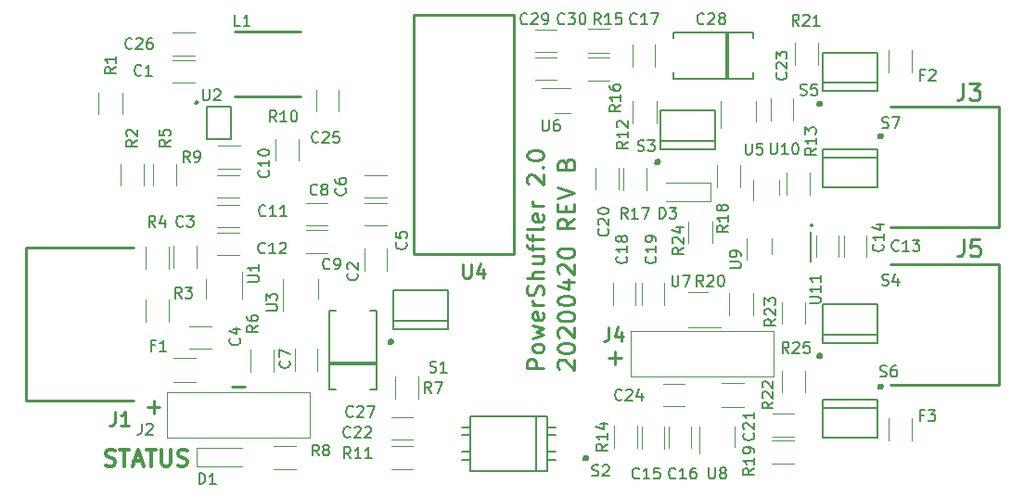
<source format=gto>
G04 #@! TF.GenerationSoftware,KiCad,Pcbnew,(5.0.0)*
G04 #@! TF.CreationDate,2020-04-20T12:53:27-07:00*
G04 #@! TF.ProjectId,PowerShuffler2,506F77657253687566666C6572322E6B,rev?*
G04 #@! TF.SameCoordinates,Original*
G04 #@! TF.FileFunction,Legend,Top*
G04 #@! TF.FilePolarity,Positive*
%FSLAX46Y46*%
G04 Gerber Fmt 4.6, Leading zero omitted, Abs format (unit mm)*
G04 Created by KiCad (PCBNEW (5.0.0)) date 04/20/20 12:53:27*
%MOMM*%
%LPD*%
G01*
G04 APERTURE LIST*
%ADD10C,0.254000*%
%ADD11C,0.300000*%
%ADD12C,0.279400*%
%ADD13C,0.120000*%
%ADD14C,0.210000*%
%ADD15C,0.203200*%
%ADD16C,0.600000*%
%ADD17C,0.150000*%
%ADD18C,0.400000*%
G04 APERTURE END LIST*
D10*
X108251171Y-103817057D02*
X107090028Y-103817057D01*
X107670600Y-104397628D02*
X107670600Y-103236485D01*
X64989528Y-108325557D02*
X66150671Y-108325557D01*
X65570100Y-108906128D02*
X65570100Y-107744985D01*
X72736528Y-106445957D02*
X73897671Y-106445957D01*
D11*
X61208114Y-113637142D02*
X61422400Y-113708571D01*
X61779542Y-113708571D01*
X61922400Y-113637142D01*
X61993828Y-113565714D01*
X62065257Y-113422857D01*
X62065257Y-113280000D01*
X61993828Y-113137142D01*
X61922400Y-113065714D01*
X61779542Y-112994285D01*
X61493828Y-112922857D01*
X61350971Y-112851428D01*
X61279542Y-112780000D01*
X61208114Y-112637142D01*
X61208114Y-112494285D01*
X61279542Y-112351428D01*
X61350971Y-112280000D01*
X61493828Y-112208571D01*
X61850971Y-112208571D01*
X62065257Y-112280000D01*
X62493828Y-112208571D02*
X63350971Y-112208571D01*
X62922400Y-113708571D02*
X62922400Y-112208571D01*
X63779542Y-113280000D02*
X64493828Y-113280000D01*
X63636685Y-113708571D02*
X64136685Y-112208571D01*
X64636685Y-113708571D01*
X64922400Y-112208571D02*
X65779542Y-112208571D01*
X65350971Y-113708571D02*
X65350971Y-112208571D01*
X66279542Y-112208571D02*
X66279542Y-113422857D01*
X66350971Y-113565714D01*
X66422400Y-113637142D01*
X66565257Y-113708571D01*
X66850971Y-113708571D01*
X66993828Y-113637142D01*
X67065257Y-113565714D01*
X67136685Y-113422857D01*
X67136685Y-112208571D01*
X67779542Y-113637142D02*
X67993828Y-113708571D01*
X68350971Y-113708571D01*
X68493828Y-113637142D01*
X68565257Y-113565714D01*
X68636685Y-113422857D01*
X68636685Y-113280000D01*
X68565257Y-113137142D01*
X68493828Y-113065714D01*
X68350971Y-112994285D01*
X68065257Y-112922857D01*
X67922400Y-112851428D01*
X67850971Y-112780000D01*
X67779542Y-112637142D01*
X67779542Y-112494285D01*
X67850971Y-112351428D01*
X67922400Y-112280000D01*
X68065257Y-112208571D01*
X68422400Y-112208571D01*
X68636685Y-112280000D01*
D12*
X102616901Y-104847350D02*
X102544330Y-104774779D01*
X102471758Y-104629636D01*
X102471758Y-104266779D01*
X102544330Y-104121636D01*
X102616901Y-104049065D01*
X102762044Y-103976493D01*
X102907187Y-103976493D01*
X103124901Y-104049065D01*
X103995758Y-104919922D01*
X103995758Y-103976493D01*
X102471758Y-103033065D02*
X102471758Y-102887922D01*
X102544330Y-102742779D01*
X102616901Y-102670208D01*
X102762044Y-102597636D01*
X103052330Y-102525065D01*
X103415187Y-102525065D01*
X103705472Y-102597636D01*
X103850615Y-102670208D01*
X103923187Y-102742779D01*
X103995758Y-102887922D01*
X103995758Y-103033065D01*
X103923187Y-103178208D01*
X103850615Y-103250779D01*
X103705472Y-103323350D01*
X103415187Y-103395922D01*
X103052330Y-103395922D01*
X102762044Y-103323350D01*
X102616901Y-103250779D01*
X102544330Y-103178208D01*
X102471758Y-103033065D01*
X102616901Y-101944493D02*
X102544330Y-101871922D01*
X102471758Y-101726779D01*
X102471758Y-101363922D01*
X102544330Y-101218779D01*
X102616901Y-101146208D01*
X102762044Y-101073636D01*
X102907187Y-101073636D01*
X103124901Y-101146208D01*
X103995758Y-102017065D01*
X103995758Y-101073636D01*
X102471758Y-100130208D02*
X102471758Y-99985065D01*
X102544330Y-99839922D01*
X102616901Y-99767350D01*
X102762044Y-99694779D01*
X103052330Y-99622208D01*
X103415187Y-99622208D01*
X103705472Y-99694779D01*
X103850615Y-99767350D01*
X103923187Y-99839922D01*
X103995758Y-99985065D01*
X103995758Y-100130208D01*
X103923187Y-100275350D01*
X103850615Y-100347922D01*
X103705472Y-100420493D01*
X103415187Y-100493065D01*
X103052330Y-100493065D01*
X102762044Y-100420493D01*
X102616901Y-100347922D01*
X102544330Y-100275350D01*
X102471758Y-100130208D01*
X102471758Y-98678779D02*
X102471758Y-98533636D01*
X102544330Y-98388493D01*
X102616901Y-98315922D01*
X102762044Y-98243350D01*
X103052330Y-98170779D01*
X103415187Y-98170779D01*
X103705472Y-98243350D01*
X103850615Y-98315922D01*
X103923187Y-98388493D01*
X103995758Y-98533636D01*
X103995758Y-98678779D01*
X103923187Y-98823922D01*
X103850615Y-98896493D01*
X103705472Y-98969065D01*
X103415187Y-99041636D01*
X103052330Y-99041636D01*
X102762044Y-98969065D01*
X102616901Y-98896493D01*
X102544330Y-98823922D01*
X102471758Y-98678779D01*
X102979758Y-96864493D02*
X103995758Y-96864493D01*
X102399187Y-97227350D02*
X103487758Y-97590208D01*
X103487758Y-96646779D01*
X102616901Y-96138779D02*
X102544330Y-96066208D01*
X102471758Y-95921065D01*
X102471758Y-95558208D01*
X102544330Y-95413065D01*
X102616901Y-95340493D01*
X102762044Y-95267922D01*
X102907187Y-95267922D01*
X103124901Y-95340493D01*
X103995758Y-96211350D01*
X103995758Y-95267922D01*
X102471758Y-94324493D02*
X102471758Y-94179350D01*
X102544330Y-94034208D01*
X102616901Y-93961636D01*
X102762044Y-93889065D01*
X103052330Y-93816493D01*
X103415187Y-93816493D01*
X103705472Y-93889065D01*
X103850615Y-93961636D01*
X103923187Y-94034208D01*
X103995758Y-94179350D01*
X103995758Y-94324493D01*
X103923187Y-94469636D01*
X103850615Y-94542208D01*
X103705472Y-94614779D01*
X103415187Y-94687350D01*
X103052330Y-94687350D01*
X102762044Y-94614779D01*
X102616901Y-94542208D01*
X102544330Y-94469636D01*
X102471758Y-94324493D01*
X103995758Y-91131350D02*
X103270044Y-91639350D01*
X103995758Y-92002208D02*
X102471758Y-92002208D01*
X102471758Y-91421636D01*
X102544330Y-91276493D01*
X102616901Y-91203922D01*
X102762044Y-91131350D01*
X102979758Y-91131350D01*
X103124901Y-91203922D01*
X103197472Y-91276493D01*
X103270044Y-91421636D01*
X103270044Y-92002208D01*
X103197472Y-90478208D02*
X103197472Y-89970208D01*
X103995758Y-89752493D02*
X103995758Y-90478208D01*
X102471758Y-90478208D01*
X102471758Y-89752493D01*
X102471758Y-89317065D02*
X103995758Y-88809065D01*
X102471758Y-88301065D01*
X103197472Y-86123922D02*
X103270044Y-85906208D01*
X103342615Y-85833636D01*
X103487758Y-85761065D01*
X103705472Y-85761065D01*
X103850615Y-85833636D01*
X103923187Y-85906208D01*
X103995758Y-86051350D01*
X103995758Y-86631922D01*
X102471758Y-86631922D01*
X102471758Y-86123922D01*
X102544330Y-85978779D01*
X102616901Y-85906208D01*
X102762044Y-85833636D01*
X102907187Y-85833636D01*
X103052330Y-85906208D01*
X103124901Y-85978779D01*
X103197472Y-86123922D01*
X103197472Y-86631922D01*
X101189058Y-104803808D02*
X99665058Y-104803808D01*
X99665058Y-104223236D01*
X99737630Y-104078093D01*
X99810201Y-104005522D01*
X99955344Y-103932950D01*
X100173058Y-103932950D01*
X100318201Y-104005522D01*
X100390772Y-104078093D01*
X100463344Y-104223236D01*
X100463344Y-104803808D01*
X101189058Y-103062093D02*
X101116487Y-103207236D01*
X101043915Y-103279808D01*
X100898772Y-103352379D01*
X100463344Y-103352379D01*
X100318201Y-103279808D01*
X100245630Y-103207236D01*
X100173058Y-103062093D01*
X100173058Y-102844379D01*
X100245630Y-102699236D01*
X100318201Y-102626665D01*
X100463344Y-102554093D01*
X100898772Y-102554093D01*
X101043915Y-102626665D01*
X101116487Y-102699236D01*
X101189058Y-102844379D01*
X101189058Y-103062093D01*
X100173058Y-102046093D02*
X101189058Y-101755808D01*
X100463344Y-101465522D01*
X101189058Y-101175236D01*
X100173058Y-100884950D01*
X101116487Y-99723808D02*
X101189058Y-99868950D01*
X101189058Y-100159236D01*
X101116487Y-100304379D01*
X100971344Y-100376950D01*
X100390772Y-100376950D01*
X100245630Y-100304379D01*
X100173058Y-100159236D01*
X100173058Y-99868950D01*
X100245630Y-99723808D01*
X100390772Y-99651236D01*
X100535915Y-99651236D01*
X100681058Y-100376950D01*
X101189058Y-98998093D02*
X100173058Y-98998093D01*
X100463344Y-98998093D02*
X100318201Y-98925522D01*
X100245630Y-98852950D01*
X100173058Y-98707808D01*
X100173058Y-98562665D01*
X101116487Y-98127236D02*
X101189058Y-97909522D01*
X101189058Y-97546665D01*
X101116487Y-97401522D01*
X101043915Y-97328950D01*
X100898772Y-97256379D01*
X100753630Y-97256379D01*
X100608487Y-97328950D01*
X100535915Y-97401522D01*
X100463344Y-97546665D01*
X100390772Y-97836950D01*
X100318201Y-97982093D01*
X100245630Y-98054665D01*
X100100487Y-98127236D01*
X99955344Y-98127236D01*
X99810201Y-98054665D01*
X99737630Y-97982093D01*
X99665058Y-97836950D01*
X99665058Y-97474093D01*
X99737630Y-97256379D01*
X101189058Y-96603236D02*
X99665058Y-96603236D01*
X101189058Y-95950093D02*
X100390772Y-95950093D01*
X100245630Y-96022665D01*
X100173058Y-96167808D01*
X100173058Y-96385522D01*
X100245630Y-96530665D01*
X100318201Y-96603236D01*
X100173058Y-94571236D02*
X101189058Y-94571236D01*
X100173058Y-95224379D02*
X100971344Y-95224379D01*
X101116487Y-95151808D01*
X101189058Y-95006665D01*
X101189058Y-94788950D01*
X101116487Y-94643808D01*
X101043915Y-94571236D01*
X100173058Y-94063236D02*
X100173058Y-93482665D01*
X101189058Y-93845522D02*
X99882772Y-93845522D01*
X99737630Y-93772950D01*
X99665058Y-93627808D01*
X99665058Y-93482665D01*
X100173058Y-93192379D02*
X100173058Y-92611808D01*
X101189058Y-92974665D02*
X99882772Y-92974665D01*
X99737630Y-92902093D01*
X99665058Y-92756950D01*
X99665058Y-92611808D01*
X101189058Y-91886093D02*
X101116487Y-92031236D01*
X100971344Y-92103808D01*
X99665058Y-92103808D01*
X101116487Y-90724950D02*
X101189058Y-90870093D01*
X101189058Y-91160379D01*
X101116487Y-91305522D01*
X100971344Y-91378093D01*
X100390772Y-91378093D01*
X100245630Y-91305522D01*
X100173058Y-91160379D01*
X100173058Y-90870093D01*
X100245630Y-90724950D01*
X100390772Y-90652379D01*
X100535915Y-90652379D01*
X100681058Y-91378093D01*
X101189058Y-89999236D02*
X100173058Y-89999236D01*
X100463344Y-89999236D02*
X100318201Y-89926665D01*
X100245630Y-89854093D01*
X100173058Y-89708950D01*
X100173058Y-89563808D01*
X99810201Y-87967236D02*
X99737630Y-87894665D01*
X99665058Y-87749522D01*
X99665058Y-87386665D01*
X99737630Y-87241522D01*
X99810201Y-87168950D01*
X99955344Y-87096379D01*
X100100487Y-87096379D01*
X100318201Y-87168950D01*
X101189058Y-88039808D01*
X101189058Y-87096379D01*
X101043915Y-86443236D02*
X101116487Y-86370665D01*
X101189058Y-86443236D01*
X101116487Y-86515808D01*
X101043915Y-86443236D01*
X101189058Y-86443236D01*
X99665058Y-85427236D02*
X99665058Y-85282093D01*
X99737630Y-85136950D01*
X99810201Y-85064379D01*
X99955344Y-84991808D01*
X100245630Y-84919236D01*
X100608487Y-84919236D01*
X100898772Y-84991808D01*
X101043915Y-85064379D01*
X101116487Y-85136950D01*
X101189058Y-85282093D01*
X101189058Y-85427236D01*
X101116487Y-85572379D01*
X101043915Y-85644950D01*
X100898772Y-85717522D01*
X100608487Y-85790093D01*
X100245630Y-85790093D01*
X99955344Y-85717522D01*
X99810201Y-85644950D01*
X99737630Y-85572379D01*
X99665058Y-85427236D01*
D13*
G04 #@! TO.C,C29*
X102385801Y-76424600D02*
X100385801Y-76424600D01*
X100385801Y-78464600D02*
X102385801Y-78464600D01*
G04 #@! TO.C,C30*
X100385801Y-75873800D02*
X102385801Y-75873800D01*
X102385801Y-73833800D02*
X100385801Y-73833800D01*
D14*
G04 #@! TO.C,U11*
X125738200Y-91729800D02*
G75*
G03X125738200Y-91729800I-100000J0D01*
G01*
X125558200Y-94999800D02*
X125558200Y-92299800D01*
D13*
G04 #@! TO.C,C22*
X87239600Y-111306800D02*
X89239600Y-111306800D01*
X89239600Y-109266800D02*
X87239600Y-109266800D01*
G04 #@! TO.C,F3*
X134801000Y-109363000D02*
X134801000Y-111363000D01*
X132661000Y-111363000D02*
X132661000Y-109363000D01*
G04 #@! TO.C,R11*
X89239600Y-113998400D02*
X87239600Y-113998400D01*
X87239600Y-111858400D02*
X89239600Y-111858400D01*
D15*
G04 #@! TO.C,C28*
X113055400Y-74650600D02*
X113055400Y-74091800D01*
X113055400Y-78359000D02*
X120319800Y-78359000D01*
X120319800Y-78359000D02*
X120319800Y-77800200D01*
X117830600Y-78359000D02*
X117830600Y-74091800D01*
X118033800Y-78359000D02*
X118033800Y-74091800D01*
X113055400Y-74091800D02*
X120319800Y-74091800D01*
X120319800Y-74650600D02*
X120319800Y-74091800D01*
X113055400Y-78359000D02*
X113055400Y-77800200D01*
D13*
G04 #@! TO.C,C26*
X67326000Y-76204000D02*
X69326000Y-76204000D01*
X69326000Y-74164000D02*
X67326000Y-74164000D01*
D10*
G04 #@! TO.C,U4*
X89281000Y-94361000D02*
X89281000Y-72517000D01*
X98425000Y-94361000D02*
X98425000Y-72517000D01*
X89281000Y-72517000D02*
X98425000Y-72517000D01*
X89281000Y-94361000D02*
X98425000Y-94361000D01*
G04 #@! TO.C,J5*
X142705600Y-95263200D02*
X142705600Y-106263200D01*
X132855600Y-95263200D02*
X142705600Y-95263200D01*
X142705600Y-106263200D02*
X132855600Y-106263200D01*
D16*
G04 #@! TO.C,S3*
X111589568Y-85945890D02*
G75*
G03X111589568Y-85945890I-50000J0D01*
G01*
D17*
X111819568Y-84005890D02*
X116819568Y-84005890D01*
X111819568Y-81255890D02*
X111819568Y-84755890D01*
X116819568Y-81255890D02*
X111819568Y-81255890D01*
X116819568Y-84755890D02*
X116819568Y-81255890D01*
X111819568Y-84755890D02*
X116819568Y-84755890D01*
G04 #@! TO.C,S4*
X126608200Y-102461000D02*
X131608200Y-102461000D01*
X131608200Y-102461000D02*
X131608200Y-98961000D01*
X131608200Y-98961000D02*
X126608200Y-98961000D01*
X126608200Y-98961000D02*
X126608200Y-102461000D01*
X126608200Y-101711000D02*
X131608200Y-101711000D01*
D16*
X126378200Y-103651000D02*
G75*
G03X126378200Y-103651000I-50000J0D01*
G01*
G04 #@! TO.C,S5*
X126378200Y-80638600D02*
G75*
G03X126378200Y-80638600I-50000J0D01*
G01*
D17*
X126608200Y-78698600D02*
X131608200Y-78698600D01*
X126608200Y-75948600D02*
X126608200Y-79448600D01*
X131608200Y-75948600D02*
X126608200Y-75948600D01*
X131608200Y-79448600D02*
X131608200Y-75948600D01*
X126608200Y-79448600D02*
X131608200Y-79448600D01*
G04 #@! TO.C,S7*
X131608200Y-84787800D02*
X126608200Y-84787800D01*
X126608200Y-84787800D02*
X126608200Y-88287800D01*
X126608200Y-88287800D02*
X131608200Y-88287800D01*
X131608200Y-88287800D02*
X131608200Y-84787800D01*
X131608200Y-85537800D02*
X126608200Y-85537800D01*
D16*
X131938200Y-83597800D02*
G75*
G03X131938200Y-83597800I-50000J0D01*
G01*
G04 #@! TO.C,S6*
X131938200Y-106457800D02*
G75*
G03X131938200Y-106457800I-50000J0D01*
G01*
D17*
X131608200Y-108397800D02*
X126608200Y-108397800D01*
X131608200Y-111147800D02*
X131608200Y-107647800D01*
X126608200Y-111147800D02*
X131608200Y-111147800D01*
X126608200Y-107647800D02*
X126608200Y-111147800D01*
X131608200Y-107647800D02*
X126608200Y-107647800D01*
D13*
G04 #@! TO.C,R25*
X122882000Y-106994200D02*
X122882000Y-104994200D01*
X125022000Y-104994200D02*
X125022000Y-106994200D01*
G04 #@! TO.C,R24*
X116538400Y-91379800D02*
X116538400Y-93379800D01*
X114398400Y-93379800D02*
X114398400Y-91379800D01*
G04 #@! TO.C,U6*
X102200000Y-81525600D02*
X103610000Y-81525600D01*
X103610000Y-79205600D02*
X101020000Y-79205600D01*
G04 #@! TO.C,U9*
X119693200Y-92949800D02*
X119693200Y-94849800D01*
X122013200Y-94349800D02*
X122013200Y-92949800D01*
G04 #@! TO.C,U10*
X122648200Y-88965000D02*
X122648200Y-87565000D01*
X120328200Y-87565000D02*
X120328200Y-89465000D01*
G04 #@! TO.C,J2*
X66767100Y-106965100D02*
X66767100Y-111165100D01*
X66767100Y-111165100D02*
X79867100Y-111165100D01*
X79867100Y-111165100D02*
X79867100Y-106965100D01*
X79867100Y-106965100D02*
X66767100Y-106965100D01*
G04 #@! TO.C,J4*
X109096200Y-101359600D02*
X109096200Y-105559600D01*
X109096200Y-105559600D02*
X122196200Y-105559600D01*
X122196200Y-105559600D02*
X122196200Y-101359600D01*
X122196200Y-101359600D02*
X109096200Y-101359600D01*
D17*
G04 #@! TO.C,U2*
X72639100Y-80863500D02*
X70439100Y-80863500D01*
X70439100Y-80863500D02*
X70439100Y-83863500D01*
X70439100Y-83863500D02*
X72639100Y-83863500D01*
X72639100Y-83863500D02*
X72639100Y-80863500D01*
D18*
X69509100Y-80523500D02*
G75*
G03X69509100Y-80523500I-50000J0D01*
G01*
D17*
G04 #@! TO.C,S1*
X87466800Y-101191000D02*
X92466800Y-101191000D01*
X92466800Y-101191000D02*
X92466800Y-97691000D01*
X92466800Y-97691000D02*
X87466800Y-97691000D01*
X87466800Y-97691000D02*
X87466800Y-101191000D01*
X87466800Y-100441000D02*
X92466800Y-100441000D01*
D16*
X87236800Y-102381000D02*
G75*
G03X87236800Y-102381000I-50000J0D01*
G01*
D13*
G04 #@! TO.C,D3*
X116369000Y-89546800D02*
X112319000Y-89546800D01*
X116369000Y-87846800D02*
X112319000Y-87846800D01*
X116419000Y-89546800D02*
X116419000Y-87846800D01*
G04 #@! TO.C,D1*
X69521700Y-112078400D02*
X69521700Y-113778400D01*
X69571700Y-113778400D02*
X73621700Y-113778400D01*
X69571700Y-112078400D02*
X73621700Y-112078400D01*
D15*
G04 #@! TO.C,C27*
X85351732Y-99492060D02*
X85910532Y-99492060D01*
X81643332Y-99492060D02*
X81643332Y-106756460D01*
X81643332Y-106756460D02*
X82202132Y-106756460D01*
X81643332Y-104267260D02*
X85910532Y-104267260D01*
X81643332Y-104470460D02*
X85910532Y-104470460D01*
X85910532Y-99492060D02*
X85910532Y-106756460D01*
X85351732Y-106756460D02*
X85910532Y-106756460D01*
X81643332Y-99492060D02*
X82202132Y-99492060D01*
D13*
G04 #@! TO.C,C25*
X80399700Y-79352900D02*
X80399700Y-81352900D01*
X82439700Y-81352900D02*
X82439700Y-79352900D01*
D10*
G04 #@! TO.C,J3*
X142705600Y-91937600D02*
X132855600Y-91937600D01*
X132855600Y-80937600D02*
X142705600Y-80937600D01*
X142705600Y-80937600D02*
X142705600Y-91937600D01*
G04 #@! TO.C,J1*
X53903100Y-93759000D02*
X63753100Y-93759000D01*
X63753100Y-107759000D02*
X53903100Y-107759000D01*
X53903100Y-107759000D02*
X53903100Y-93759000D01*
D13*
G04 #@! TO.C,U1*
X70386300Y-96610600D02*
X70386300Y-98410600D01*
X73606300Y-98410600D02*
X73606300Y-95960600D01*
G04 #@! TO.C,U8*
X115407800Y-110148800D02*
X115407800Y-112598800D01*
X118627800Y-111948800D02*
X118627800Y-110148800D01*
D17*
G04 #@! TO.C,S2*
X101493200Y-114158400D02*
X101493200Y-109158400D01*
X101493200Y-109158400D02*
X94493200Y-109158400D01*
X94493200Y-109158400D02*
X94493200Y-114158400D01*
X94493200Y-114158400D02*
X101493200Y-114158400D01*
X100493200Y-114158400D02*
X100493200Y-109158400D01*
D16*
X105028200Y-112978400D02*
G75*
G03X105028200Y-112978400I-50000J0D01*
G01*
D17*
X101493200Y-112408400D02*
X102243200Y-112408400D01*
X102243200Y-113158400D02*
X101493200Y-113158400D01*
X102243200Y-110908400D02*
X101493200Y-110908400D01*
X102243200Y-110158400D02*
X101493200Y-110158400D01*
X94493200Y-110908400D02*
X93743200Y-110908400D01*
X93743200Y-110158400D02*
X94493200Y-110158400D01*
X94493200Y-112408400D02*
X93743200Y-112408400D01*
X93743200Y-113158400D02*
X94493200Y-113158400D01*
D10*
G04 #@! TO.C,L1*
X72975900Y-80000100D02*
X78975900Y-80000100D01*
X72975900Y-74000100D02*
X78975900Y-74000100D01*
D13*
G04 #@! TO.C,C11*
X71402700Y-91939300D02*
X73402700Y-91939300D01*
X73402700Y-89899300D02*
X71402700Y-89899300D01*
G04 #@! TO.C,C24*
X112055400Y-108258800D02*
X114055400Y-108258800D01*
X114055400Y-106218800D02*
X112055400Y-106218800D01*
G04 #@! TO.C,C23*
X123930600Y-82178400D02*
X123930600Y-80178400D01*
X121890600Y-80178400D02*
X121890600Y-82178400D01*
G04 #@! TO.C,C21*
X124063000Y-108962000D02*
X122063000Y-108962000D01*
X122063000Y-111002000D02*
X124063000Y-111002000D01*
G04 #@! TO.C,C18*
X107539600Y-96993200D02*
X107539600Y-98993200D01*
X109579600Y-98993200D02*
X109579600Y-96993200D01*
G04 #@! TO.C,C20*
X105939400Y-86452200D02*
X105939400Y-88452200D01*
X107979400Y-88452200D02*
X107979400Y-86452200D01*
G04 #@! TO.C,C19*
X110155800Y-96993200D02*
X110155800Y-98993200D01*
X112195800Y-98993200D02*
X112195800Y-96993200D01*
G04 #@! TO.C,C17*
X111357600Y-77225400D02*
X111357600Y-75225400D01*
X109317600Y-75225400D02*
X109317600Y-77225400D01*
G04 #@! TO.C,C16*
X114608800Y-112095481D02*
X114608800Y-110095481D01*
X112568800Y-110095481D02*
X112568800Y-112095481D01*
G04 #@! TO.C,C14*
X126081600Y-92649800D02*
X126081600Y-94649800D01*
X128121600Y-94649800D02*
X128121600Y-92649800D01*
G04 #@! TO.C,C13*
X128621600Y-92649800D02*
X128621600Y-94649800D01*
X130661600Y-94649800D02*
X130661600Y-92649800D01*
G04 #@! TO.C,C10*
X71402700Y-89221500D02*
X73402700Y-89221500D01*
X73402700Y-87181500D02*
X71402700Y-87181500D01*
G04 #@! TO.C,C9*
X81456950Y-92196393D02*
X79456950Y-92196393D01*
X79456950Y-94236393D02*
X81456950Y-94236393D01*
G04 #@! TO.C,C8*
X81456950Y-89681793D02*
X79456950Y-89681793D01*
X79456950Y-91721793D02*
X81456950Y-91721793D01*
G04 #@! TO.C,C7*
X78494700Y-103025700D02*
X78494700Y-105025700D01*
X80534700Y-105025700D02*
X80534700Y-103025700D01*
G04 #@! TO.C,C6*
X84844189Y-89207193D02*
X86844189Y-89207193D01*
X86844189Y-87167193D02*
X84844189Y-87167193D01*
G04 #@! TO.C,C5*
X84852000Y-91721793D02*
X86852000Y-91721793D01*
X86852000Y-89681793D02*
X84852000Y-89681793D01*
G04 #@! TO.C,C4*
X70862700Y-100973700D02*
X68862700Y-100973700D01*
X68862700Y-103013700D02*
X70862700Y-103013700D01*
G04 #@! TO.C,C1*
X69326000Y-76678600D02*
X67326000Y-76678600D01*
X67326000Y-78718600D02*
X69326000Y-78718600D01*
G04 #@! TO.C,C3*
X67420300Y-93640400D02*
X67420300Y-95640400D01*
X69460300Y-95640400D02*
X69460300Y-93640400D01*
G04 #@! TO.C,C15*
X112196419Y-112099600D02*
X112196419Y-110099600D01*
X110156419Y-110099600D02*
X110156419Y-112099600D01*
G04 #@! TO.C,C2*
X84832000Y-93894400D02*
X84832000Y-95894400D01*
X86872000Y-95894400D02*
X86872000Y-93894400D01*
G04 #@! TO.C,C12*
X71402700Y-94453900D02*
X73402700Y-94453900D01*
X73402700Y-92413900D02*
X71402700Y-92413900D01*
G04 #@! TO.C,F1*
X67389500Y-103882800D02*
X69389500Y-103882800D01*
X69389500Y-106022800D02*
X67389500Y-106022800D01*
G04 #@! TO.C,F2*
X134775600Y-75733400D02*
X134775600Y-77733400D01*
X132635600Y-77733400D02*
X132635600Y-75733400D01*
G04 #@! TO.C,R3*
X66972500Y-98517200D02*
X66972500Y-100517200D01*
X64832500Y-100517200D02*
X64832500Y-98517200D01*
G04 #@! TO.C,R20*
X118132200Y-99907600D02*
X118132200Y-97907600D01*
X120272200Y-97907600D02*
X120272200Y-99907600D01*
G04 #@! TO.C,R21*
X124075800Y-77098400D02*
X124075800Y-75098400D01*
X126215800Y-75098400D02*
X126215800Y-77098400D01*
G04 #@! TO.C,R22*
X117414800Y-106168800D02*
X119414800Y-106168800D01*
X119414800Y-108308800D02*
X117414800Y-108308800D01*
G04 #@! TO.C,R13*
X125504600Y-86909400D02*
X125504600Y-88909400D01*
X123364600Y-88909400D02*
X123364600Y-86909400D01*
G04 #@! TO.C,R23*
X122907400Y-100745800D02*
X122907400Y-98745800D01*
X125047400Y-98745800D02*
X125047400Y-100745800D01*
G04 #@! TO.C,R19*
X124012200Y-113490400D02*
X122012200Y-113490400D01*
X122012200Y-111350400D02*
X124012200Y-111350400D01*
G04 #@! TO.C,R18*
X116957968Y-88247690D02*
X116957968Y-86247690D01*
X119097968Y-86247690D02*
X119097968Y-88247690D01*
G04 #@! TO.C,R17*
X110544000Y-86503000D02*
X110544000Y-88503000D01*
X108404000Y-88503000D02*
X108404000Y-86503000D01*
G04 #@! TO.C,R16*
X105197400Y-76374600D02*
X107197400Y-76374600D01*
X107197400Y-78514600D02*
X105197400Y-78514600D01*
G04 #@! TO.C,R15*
X105197400Y-73809200D02*
X107197400Y-73809200D01*
X107197400Y-75949200D02*
X105197400Y-75949200D01*
G04 #@! TO.C,R14*
X107591200Y-112048800D02*
X107591200Y-110048800D01*
X109731200Y-110048800D02*
X109731200Y-112048800D01*
G04 #@! TO.C,R4*
X66970300Y-93691200D02*
X66970300Y-95691200D01*
X64830300Y-95691200D02*
X64830300Y-93691200D01*
G04 #@! TO.C,R5*
X67643400Y-86109300D02*
X67643400Y-88109300D01*
X65503400Y-88109300D02*
X65503400Y-86109300D01*
G04 #@! TO.C,R6*
X76546100Y-103076500D02*
X76546100Y-105076500D01*
X74406100Y-105076500D02*
X74406100Y-103076500D01*
G04 #@! TO.C,R7*
X87626800Y-107578400D02*
X87626800Y-105578400D01*
X89766800Y-105578400D02*
X89766800Y-107578400D01*
G04 #@! TO.C,R12*
X111452568Y-80405690D02*
X111452568Y-82405690D01*
X109312568Y-82405690D02*
X109312568Y-80405690D01*
G04 #@! TO.C,R9*
X73453500Y-86579100D02*
X71453500Y-86579100D01*
X71453500Y-84439100D02*
X73453500Y-84439100D01*
G04 #@! TO.C,R10*
X76666700Y-85836000D02*
X76666700Y-83836000D01*
X78806700Y-83836000D02*
X78806700Y-85836000D01*
G04 #@! TO.C,R1*
X62703100Y-79606900D02*
X62703100Y-81606900D01*
X60563100Y-81606900D02*
X60563100Y-79606900D01*
G04 #@! TO.C,R2*
X64671600Y-86109300D02*
X64671600Y-88109300D01*
X62531600Y-88109300D02*
X62531600Y-86109300D01*
G04 #@! TO.C,R8*
X78546200Y-113998400D02*
X76546200Y-113998400D01*
X76546200Y-111858400D02*
X78546200Y-111858400D01*
G04 #@! TO.C,U5*
X120565068Y-82229490D02*
X120565068Y-80429490D01*
X117345068Y-80429490D02*
X117345068Y-82879490D01*
G04 #@! TO.C,U3*
X80568350Y-98408993D02*
X80568350Y-96608993D01*
X77348350Y-96608993D02*
X77348350Y-99558993D01*
G04 #@! TO.C,U7*
X116190600Y-97856400D02*
X114390600Y-97856400D01*
X114390600Y-101076400D02*
X117340600Y-101076400D01*
G04 #@! TO.C,C29*
D15*
X99676857Y-73286257D02*
X99628476Y-73334638D01*
X99483333Y-73383019D01*
X99386571Y-73383019D01*
X99241428Y-73334638D01*
X99144666Y-73237876D01*
X99096285Y-73141114D01*
X99047904Y-72947590D01*
X99047904Y-72802447D01*
X99096285Y-72608923D01*
X99144666Y-72512161D01*
X99241428Y-72415400D01*
X99386571Y-72367019D01*
X99483333Y-72367019D01*
X99628476Y-72415400D01*
X99676857Y-72463780D01*
X100063904Y-72463780D02*
X100112285Y-72415400D01*
X100209047Y-72367019D01*
X100450952Y-72367019D01*
X100547714Y-72415400D01*
X100596095Y-72463780D01*
X100644476Y-72560542D01*
X100644476Y-72657304D01*
X100596095Y-72802447D01*
X100015523Y-73383019D01*
X100644476Y-73383019D01*
X101128285Y-73383019D02*
X101321809Y-73383019D01*
X101418571Y-73334638D01*
X101466952Y-73286257D01*
X101563714Y-73141114D01*
X101612095Y-72947590D01*
X101612095Y-72560542D01*
X101563714Y-72463780D01*
X101515333Y-72415400D01*
X101418571Y-72367019D01*
X101225047Y-72367019D01*
X101128285Y-72415400D01*
X101079904Y-72463780D01*
X101031523Y-72560542D01*
X101031523Y-72802447D01*
X101079904Y-72899209D01*
X101128285Y-72947590D01*
X101225047Y-72995971D01*
X101418571Y-72995971D01*
X101515333Y-72947590D01*
X101563714Y-72899209D01*
X101612095Y-72802447D01*
G04 #@! TO.C,C30*
X103080457Y-73286257D02*
X103032076Y-73334638D01*
X102886933Y-73383019D01*
X102790171Y-73383019D01*
X102645028Y-73334638D01*
X102548266Y-73237876D01*
X102499885Y-73141114D01*
X102451504Y-72947590D01*
X102451504Y-72802447D01*
X102499885Y-72608923D01*
X102548266Y-72512161D01*
X102645028Y-72415400D01*
X102790171Y-72367019D01*
X102886933Y-72367019D01*
X103032076Y-72415400D01*
X103080457Y-72463780D01*
X103419123Y-72367019D02*
X104048076Y-72367019D01*
X103709409Y-72754066D01*
X103854552Y-72754066D01*
X103951314Y-72802447D01*
X103999695Y-72850828D01*
X104048076Y-72947590D01*
X104048076Y-73189495D01*
X103999695Y-73286257D01*
X103951314Y-73334638D01*
X103854552Y-73383019D01*
X103564266Y-73383019D01*
X103467504Y-73334638D01*
X103419123Y-73286257D01*
X104677028Y-72367019D02*
X104773790Y-72367019D01*
X104870552Y-72415400D01*
X104918933Y-72463780D01*
X104967314Y-72560542D01*
X105015695Y-72754066D01*
X105015695Y-72995971D01*
X104967314Y-73189495D01*
X104918933Y-73286257D01*
X104870552Y-73334638D01*
X104773790Y-73383019D01*
X104677028Y-73383019D01*
X104580266Y-73334638D01*
X104531885Y-73286257D01*
X104483504Y-73189495D01*
X104435123Y-72995971D01*
X104435123Y-72754066D01*
X104483504Y-72560542D01*
X104531885Y-72463780D01*
X104580266Y-72415400D01*
X104677028Y-72367019D01*
G04 #@! TO.C,U11*
X125427619Y-98844704D02*
X126250095Y-98844704D01*
X126346857Y-98796323D01*
X126395238Y-98747942D01*
X126443619Y-98651180D01*
X126443619Y-98457657D01*
X126395238Y-98360895D01*
X126346857Y-98312514D01*
X126250095Y-98264133D01*
X125427619Y-98264133D01*
X126443619Y-97248133D02*
X126443619Y-97828704D01*
X126443619Y-97538419D02*
X125427619Y-97538419D01*
X125572761Y-97635180D01*
X125669523Y-97731942D01*
X125717904Y-97828704D01*
X126443619Y-96280514D02*
X126443619Y-96861085D01*
X126443619Y-96570800D02*
X125427619Y-96570800D01*
X125572761Y-96667561D01*
X125669523Y-96764323D01*
X125717904Y-96861085D01*
G04 #@! TO.C,C22*
X83522457Y-111030657D02*
X83474076Y-111079038D01*
X83328933Y-111127419D01*
X83232171Y-111127419D01*
X83087028Y-111079038D01*
X82990266Y-110982276D01*
X82941885Y-110885514D01*
X82893504Y-110691990D01*
X82893504Y-110546847D01*
X82941885Y-110353323D01*
X82990266Y-110256561D01*
X83087028Y-110159800D01*
X83232171Y-110111419D01*
X83328933Y-110111419D01*
X83474076Y-110159800D01*
X83522457Y-110208180D01*
X83909504Y-110208180D02*
X83957885Y-110159800D01*
X84054647Y-110111419D01*
X84296552Y-110111419D01*
X84393314Y-110159800D01*
X84441695Y-110208180D01*
X84490076Y-110304942D01*
X84490076Y-110401704D01*
X84441695Y-110546847D01*
X83861123Y-111127419D01*
X84490076Y-111127419D01*
X84877123Y-110208180D02*
X84925504Y-110159800D01*
X85022266Y-110111419D01*
X85264171Y-110111419D01*
X85360933Y-110159800D01*
X85409314Y-110208180D01*
X85457695Y-110304942D01*
X85457695Y-110401704D01*
X85409314Y-110546847D01*
X84828742Y-111127419D01*
X85457695Y-111127419D01*
G04 #@! TO.C,F3*
X135856133Y-109096628D02*
X135517466Y-109096628D01*
X135517466Y-109628819D02*
X135517466Y-108612819D01*
X136001276Y-108612819D01*
X136291561Y-108612819D02*
X136920514Y-108612819D01*
X136581847Y-108999866D01*
X136726990Y-108999866D01*
X136823752Y-109048247D01*
X136872133Y-109096628D01*
X136920514Y-109193390D01*
X136920514Y-109435295D01*
X136872133Y-109532057D01*
X136823752Y-109580438D01*
X136726990Y-109628819D01*
X136436704Y-109628819D01*
X136339942Y-109580438D01*
X136291561Y-109532057D01*
G04 #@! TO.C,R11*
X83547857Y-113007019D02*
X83209190Y-112523209D01*
X82967285Y-113007019D02*
X82967285Y-111991019D01*
X83354333Y-111991019D01*
X83451095Y-112039400D01*
X83499476Y-112087780D01*
X83547857Y-112184542D01*
X83547857Y-112329685D01*
X83499476Y-112426447D01*
X83451095Y-112474828D01*
X83354333Y-112523209D01*
X82967285Y-112523209D01*
X84515476Y-113007019D02*
X83934904Y-113007019D01*
X84225190Y-113007019D02*
X84225190Y-111991019D01*
X84128428Y-112136161D01*
X84031666Y-112232923D01*
X83934904Y-112281304D01*
X85483095Y-113007019D02*
X84902523Y-113007019D01*
X85192809Y-113007019D02*
X85192809Y-111991019D01*
X85096047Y-112136161D01*
X84999285Y-112232923D01*
X84902523Y-112281304D01*
G04 #@! TO.C,C28*
X115805857Y-73286257D02*
X115757476Y-73334638D01*
X115612333Y-73383019D01*
X115515571Y-73383019D01*
X115370428Y-73334638D01*
X115273666Y-73237876D01*
X115225285Y-73141114D01*
X115176904Y-72947590D01*
X115176904Y-72802447D01*
X115225285Y-72608923D01*
X115273666Y-72512161D01*
X115370428Y-72415400D01*
X115515571Y-72367019D01*
X115612333Y-72367019D01*
X115757476Y-72415400D01*
X115805857Y-72463780D01*
X116192904Y-72463780D02*
X116241285Y-72415400D01*
X116338047Y-72367019D01*
X116579952Y-72367019D01*
X116676714Y-72415400D01*
X116725095Y-72463780D01*
X116773476Y-72560542D01*
X116773476Y-72657304D01*
X116725095Y-72802447D01*
X116144523Y-73383019D01*
X116773476Y-73383019D01*
X117354047Y-72802447D02*
X117257285Y-72754066D01*
X117208904Y-72705685D01*
X117160523Y-72608923D01*
X117160523Y-72560542D01*
X117208904Y-72463780D01*
X117257285Y-72415400D01*
X117354047Y-72367019D01*
X117547571Y-72367019D01*
X117644333Y-72415400D01*
X117692714Y-72463780D01*
X117741095Y-72560542D01*
X117741095Y-72608923D01*
X117692714Y-72705685D01*
X117644333Y-72754066D01*
X117547571Y-72802447D01*
X117354047Y-72802447D01*
X117257285Y-72850828D01*
X117208904Y-72899209D01*
X117160523Y-72995971D01*
X117160523Y-73189495D01*
X117208904Y-73286257D01*
X117257285Y-73334638D01*
X117354047Y-73383019D01*
X117547571Y-73383019D01*
X117644333Y-73334638D01*
X117692714Y-73286257D01*
X117741095Y-73189495D01*
X117741095Y-72995971D01*
X117692714Y-72899209D01*
X117644333Y-72850828D01*
X117547571Y-72802447D01*
G04 #@! TO.C,C26*
X63593742Y-75541142D02*
X63546123Y-75588761D01*
X63403266Y-75636380D01*
X63308028Y-75636380D01*
X63165171Y-75588761D01*
X63069933Y-75493523D01*
X63022314Y-75398285D01*
X62974695Y-75207809D01*
X62974695Y-75064952D01*
X63022314Y-74874476D01*
X63069933Y-74779238D01*
X63165171Y-74684000D01*
X63308028Y-74636380D01*
X63403266Y-74636380D01*
X63546123Y-74684000D01*
X63593742Y-74731619D01*
X63974695Y-74731619D02*
X64022314Y-74684000D01*
X64117552Y-74636380D01*
X64355647Y-74636380D01*
X64450885Y-74684000D01*
X64498504Y-74731619D01*
X64546123Y-74826857D01*
X64546123Y-74922095D01*
X64498504Y-75064952D01*
X63927076Y-75636380D01*
X64546123Y-75636380D01*
X65403266Y-74636380D02*
X65212790Y-74636380D01*
X65117552Y-74684000D01*
X65069933Y-74731619D01*
X64974695Y-74874476D01*
X64927076Y-75064952D01*
X64927076Y-75445904D01*
X64974695Y-75541142D01*
X65022314Y-75588761D01*
X65117552Y-75636380D01*
X65308028Y-75636380D01*
X65403266Y-75588761D01*
X65450885Y-75541142D01*
X65498504Y-75445904D01*
X65498504Y-75207809D01*
X65450885Y-75112571D01*
X65403266Y-75064952D01*
X65308028Y-75017333D01*
X65117552Y-75017333D01*
X65022314Y-75064952D01*
X64974695Y-75112571D01*
X64927076Y-75207809D01*
G04 #@! TO.C,U4*
D10*
X93799780Y-95265723D02*
X93799780Y-96293819D01*
X93860257Y-96414771D01*
X93920733Y-96475247D01*
X94041685Y-96535723D01*
X94283590Y-96535723D01*
X94404542Y-96475247D01*
X94465019Y-96414771D01*
X94525495Y-96293819D01*
X94525495Y-95265723D01*
X95674542Y-95689057D02*
X95674542Y-96535723D01*
X95372161Y-95205247D02*
X95069780Y-96112390D01*
X95855971Y-96112390D01*
G04 #@! TO.C,J5*
X139496800Y-93043828D02*
X139496800Y-94132400D01*
X139424228Y-94350114D01*
X139279085Y-94495257D01*
X139061371Y-94567828D01*
X138916228Y-94567828D01*
X140948228Y-93043828D02*
X140222514Y-93043828D01*
X140149942Y-93769542D01*
X140222514Y-93696971D01*
X140367657Y-93624400D01*
X140730514Y-93624400D01*
X140875657Y-93696971D01*
X140948228Y-93769542D01*
X141020800Y-93914685D01*
X141020800Y-94277542D01*
X140948228Y-94422685D01*
X140875657Y-94495257D01*
X140730514Y-94567828D01*
X140367657Y-94567828D01*
X140222514Y-94495257D01*
X140149942Y-94422685D01*
G04 #@! TO.C,S3*
D15*
X109766704Y-84917038D02*
X109911847Y-84965419D01*
X110153752Y-84965419D01*
X110250514Y-84917038D01*
X110298895Y-84868657D01*
X110347276Y-84771895D01*
X110347276Y-84675133D01*
X110298895Y-84578371D01*
X110250514Y-84529990D01*
X110153752Y-84481609D01*
X109960228Y-84433228D01*
X109863466Y-84384847D01*
X109815085Y-84336466D01*
X109766704Y-84239704D01*
X109766704Y-84142942D01*
X109815085Y-84046180D01*
X109863466Y-83997800D01*
X109960228Y-83949419D01*
X110202133Y-83949419D01*
X110347276Y-83997800D01*
X110685942Y-83949419D02*
X111314895Y-83949419D01*
X110976228Y-84336466D01*
X111121371Y-84336466D01*
X111218133Y-84384847D01*
X111266514Y-84433228D01*
X111314895Y-84529990D01*
X111314895Y-84771895D01*
X111266514Y-84868657D01*
X111218133Y-84917038D01*
X111121371Y-84965419D01*
X110831085Y-84965419D01*
X110734323Y-84917038D01*
X110685942Y-84868657D01*
G04 #@! TO.C,S4*
X132067904Y-97185238D02*
X132213047Y-97233619D01*
X132454952Y-97233619D01*
X132551714Y-97185238D01*
X132600095Y-97136857D01*
X132648476Y-97040095D01*
X132648476Y-96943333D01*
X132600095Y-96846571D01*
X132551714Y-96798190D01*
X132454952Y-96749809D01*
X132261428Y-96701428D01*
X132164666Y-96653047D01*
X132116285Y-96604666D01*
X132067904Y-96507904D01*
X132067904Y-96411142D01*
X132116285Y-96314380D01*
X132164666Y-96266000D01*
X132261428Y-96217619D01*
X132503333Y-96217619D01*
X132648476Y-96266000D01*
X133519333Y-96556285D02*
X133519333Y-97233619D01*
X133277428Y-96169238D02*
X133035523Y-96894952D01*
X133664476Y-96894952D01*
G04 #@! TO.C,S5*
X124600304Y-79811638D02*
X124745447Y-79860019D01*
X124987352Y-79860019D01*
X125084114Y-79811638D01*
X125132495Y-79763257D01*
X125180876Y-79666495D01*
X125180876Y-79569733D01*
X125132495Y-79472971D01*
X125084114Y-79424590D01*
X124987352Y-79376209D01*
X124793828Y-79327828D01*
X124697066Y-79279447D01*
X124648685Y-79231066D01*
X124600304Y-79134304D01*
X124600304Y-79037542D01*
X124648685Y-78940780D01*
X124697066Y-78892400D01*
X124793828Y-78844019D01*
X125035733Y-78844019D01*
X125180876Y-78892400D01*
X126100114Y-78844019D02*
X125616304Y-78844019D01*
X125567923Y-79327828D01*
X125616304Y-79279447D01*
X125713066Y-79231066D01*
X125954971Y-79231066D01*
X126051733Y-79279447D01*
X126100114Y-79327828D01*
X126148495Y-79424590D01*
X126148495Y-79666495D01*
X126100114Y-79763257D01*
X126051733Y-79811638D01*
X125954971Y-79860019D01*
X125713066Y-79860019D01*
X125616304Y-79811638D01*
X125567923Y-79763257D01*
G04 #@! TO.C,S7*
X132067904Y-82808838D02*
X132213047Y-82857219D01*
X132454952Y-82857219D01*
X132551714Y-82808838D01*
X132600095Y-82760457D01*
X132648476Y-82663695D01*
X132648476Y-82566933D01*
X132600095Y-82470171D01*
X132551714Y-82421790D01*
X132454952Y-82373409D01*
X132261428Y-82325028D01*
X132164666Y-82276647D01*
X132116285Y-82228266D01*
X132067904Y-82131504D01*
X132067904Y-82034742D01*
X132116285Y-81937980D01*
X132164666Y-81889600D01*
X132261428Y-81841219D01*
X132503333Y-81841219D01*
X132648476Y-81889600D01*
X132987142Y-81841219D02*
X133664476Y-81841219D01*
X133229047Y-82857219D01*
G04 #@! TO.C,S6*
X131890104Y-105516438D02*
X132035247Y-105564819D01*
X132277152Y-105564819D01*
X132373914Y-105516438D01*
X132422295Y-105468057D01*
X132470676Y-105371295D01*
X132470676Y-105274533D01*
X132422295Y-105177771D01*
X132373914Y-105129390D01*
X132277152Y-105081009D01*
X132083628Y-105032628D01*
X131986866Y-104984247D01*
X131938485Y-104935866D01*
X131890104Y-104839104D01*
X131890104Y-104742342D01*
X131938485Y-104645580D01*
X131986866Y-104597200D01*
X132083628Y-104548819D01*
X132325533Y-104548819D01*
X132470676Y-104597200D01*
X133341533Y-104548819D02*
X133148009Y-104548819D01*
X133051247Y-104597200D01*
X133002866Y-104645580D01*
X132906104Y-104790723D01*
X132857723Y-104984247D01*
X132857723Y-105371295D01*
X132906104Y-105468057D01*
X132954485Y-105516438D01*
X133051247Y-105564819D01*
X133244771Y-105564819D01*
X133341533Y-105516438D01*
X133389914Y-105468057D01*
X133438295Y-105371295D01*
X133438295Y-105129390D01*
X133389914Y-105032628D01*
X133341533Y-104984247D01*
X133244771Y-104935866D01*
X133051247Y-104935866D01*
X132954485Y-104984247D01*
X132906104Y-105032628D01*
X132857723Y-105129390D01*
G04 #@! TO.C,R25*
X123552857Y-103405819D02*
X123214190Y-102922009D01*
X122972285Y-103405819D02*
X122972285Y-102389819D01*
X123359333Y-102389819D01*
X123456095Y-102438200D01*
X123504476Y-102486580D01*
X123552857Y-102583342D01*
X123552857Y-102728485D01*
X123504476Y-102825247D01*
X123456095Y-102873628D01*
X123359333Y-102922009D01*
X122972285Y-102922009D01*
X123939904Y-102486580D02*
X123988285Y-102438200D01*
X124085047Y-102389819D01*
X124326952Y-102389819D01*
X124423714Y-102438200D01*
X124472095Y-102486580D01*
X124520476Y-102583342D01*
X124520476Y-102680104D01*
X124472095Y-102825247D01*
X123891523Y-103405819D01*
X124520476Y-103405819D01*
X125439714Y-102389819D02*
X124955904Y-102389819D01*
X124907523Y-102873628D01*
X124955904Y-102825247D01*
X125052666Y-102776866D01*
X125294571Y-102776866D01*
X125391333Y-102825247D01*
X125439714Y-102873628D01*
X125488095Y-102970390D01*
X125488095Y-103212295D01*
X125439714Y-103309057D01*
X125391333Y-103357438D01*
X125294571Y-103405819D01*
X125052666Y-103405819D01*
X124955904Y-103357438D01*
X124907523Y-103309057D01*
G04 #@! TO.C,R24*
X113921419Y-93769542D02*
X113437609Y-94108209D01*
X113921419Y-94350114D02*
X112905419Y-94350114D01*
X112905419Y-93963066D01*
X112953800Y-93866304D01*
X113002180Y-93817923D01*
X113098942Y-93769542D01*
X113244085Y-93769542D01*
X113340847Y-93817923D01*
X113389228Y-93866304D01*
X113437609Y-93963066D01*
X113437609Y-94350114D01*
X113002180Y-93382495D02*
X112953800Y-93334114D01*
X112905419Y-93237352D01*
X112905419Y-92995447D01*
X112953800Y-92898685D01*
X113002180Y-92850304D01*
X113098942Y-92801923D01*
X113195704Y-92801923D01*
X113340847Y-92850304D01*
X113921419Y-93430876D01*
X113921419Y-92801923D01*
X113244085Y-91931066D02*
X113921419Y-91931066D01*
X112857038Y-92172971D02*
X113582752Y-92414876D01*
X113582752Y-91785923D01*
G04 #@! TO.C,U6*
X101054504Y-82095219D02*
X101054504Y-82917695D01*
X101102885Y-83014457D01*
X101151266Y-83062838D01*
X101248028Y-83111219D01*
X101441552Y-83111219D01*
X101538314Y-83062838D01*
X101586695Y-83014457D01*
X101635076Y-82917695D01*
X101635076Y-82095219D01*
X102554314Y-82095219D02*
X102360790Y-82095219D01*
X102264028Y-82143600D01*
X102215647Y-82191980D01*
X102118885Y-82337123D01*
X102070504Y-82530647D01*
X102070504Y-82917695D01*
X102118885Y-83014457D01*
X102167266Y-83062838D01*
X102264028Y-83111219D01*
X102457552Y-83111219D01*
X102554314Y-83062838D01*
X102602695Y-83014457D01*
X102651076Y-82917695D01*
X102651076Y-82675790D01*
X102602695Y-82579028D01*
X102554314Y-82530647D01*
X102457552Y-82482266D01*
X102264028Y-82482266D01*
X102167266Y-82530647D01*
X102118885Y-82579028D01*
X102070504Y-82675790D01*
G04 #@! TO.C,U9*
X118163219Y-95643095D02*
X118985695Y-95643095D01*
X119082457Y-95594714D01*
X119130838Y-95546333D01*
X119179219Y-95449571D01*
X119179219Y-95256047D01*
X119130838Y-95159285D01*
X119082457Y-95110904D01*
X118985695Y-95062523D01*
X118163219Y-95062523D01*
X119179219Y-94530333D02*
X119179219Y-94336809D01*
X119130838Y-94240047D01*
X119082457Y-94191666D01*
X118937314Y-94094904D01*
X118743790Y-94046523D01*
X118356742Y-94046523D01*
X118259980Y-94094904D01*
X118211600Y-94143285D01*
X118163219Y-94240047D01*
X118163219Y-94433571D01*
X118211600Y-94530333D01*
X118259980Y-94578714D01*
X118356742Y-94627095D01*
X118598647Y-94627095D01*
X118695409Y-94578714D01*
X118743790Y-94530333D01*
X118792171Y-94433571D01*
X118792171Y-94240047D01*
X118743790Y-94143285D01*
X118695409Y-94094904D01*
X118598647Y-94046523D01*
G04 #@! TO.C,U10*
X121881295Y-84228819D02*
X121881295Y-85051295D01*
X121929676Y-85148057D01*
X121978057Y-85196438D01*
X122074819Y-85244819D01*
X122268342Y-85244819D01*
X122365104Y-85196438D01*
X122413485Y-85148057D01*
X122461866Y-85051295D01*
X122461866Y-84228819D01*
X123477866Y-85244819D02*
X122897295Y-85244819D01*
X123187580Y-85244819D02*
X123187580Y-84228819D01*
X123090819Y-84373961D01*
X122994057Y-84470723D01*
X122897295Y-84519104D01*
X124106819Y-84228819D02*
X124203580Y-84228819D01*
X124300342Y-84277200D01*
X124348723Y-84325580D01*
X124397104Y-84422342D01*
X124445485Y-84615866D01*
X124445485Y-84857771D01*
X124397104Y-85051295D01*
X124348723Y-85148057D01*
X124300342Y-85196438D01*
X124203580Y-85244819D01*
X124106819Y-85244819D01*
X124010057Y-85196438D01*
X123961676Y-85148057D01*
X123913295Y-85051295D01*
X123864914Y-84857771D01*
X123864914Y-84615866D01*
X123913295Y-84422342D01*
X123961676Y-84325580D01*
X124010057Y-84277200D01*
X124106819Y-84228819D01*
G04 #@! TO.C,J2*
X64487466Y-109840780D02*
X64487466Y-110555066D01*
X64439847Y-110697923D01*
X64344609Y-110793161D01*
X64201752Y-110840780D01*
X64106514Y-110840780D01*
X64916038Y-109936019D02*
X64963657Y-109888400D01*
X65058895Y-109840780D01*
X65296990Y-109840780D01*
X65392228Y-109888400D01*
X65439847Y-109936019D01*
X65487466Y-110031257D01*
X65487466Y-110126495D01*
X65439847Y-110269352D01*
X64868419Y-110840780D01*
X65487466Y-110840780D01*
G04 #@! TO.C,J4*
D10*
X107120266Y-101031523D02*
X107120266Y-101938666D01*
X107059790Y-102120095D01*
X106938838Y-102241047D01*
X106757409Y-102301523D01*
X106636457Y-102301523D01*
X108269314Y-101454857D02*
X108269314Y-102301523D01*
X107966933Y-100971047D02*
X107664552Y-101878190D01*
X108450742Y-101878190D01*
G04 #@! TO.C,U2*
D15*
X70066504Y-79326619D02*
X70066504Y-80149095D01*
X70114885Y-80245857D01*
X70163266Y-80294238D01*
X70260028Y-80342619D01*
X70453552Y-80342619D01*
X70550314Y-80294238D01*
X70598695Y-80245857D01*
X70647076Y-80149095D01*
X70647076Y-79326619D01*
X71082504Y-79423380D02*
X71130885Y-79375000D01*
X71227647Y-79326619D01*
X71469552Y-79326619D01*
X71566314Y-79375000D01*
X71614695Y-79423380D01*
X71663076Y-79520142D01*
X71663076Y-79616904D01*
X71614695Y-79762047D01*
X71034123Y-80342619D01*
X71663076Y-80342619D01*
G04 #@! TO.C,S1*
X90792904Y-105110038D02*
X90938047Y-105158419D01*
X91179952Y-105158419D01*
X91276714Y-105110038D01*
X91325095Y-105061657D01*
X91373476Y-104964895D01*
X91373476Y-104868133D01*
X91325095Y-104771371D01*
X91276714Y-104722990D01*
X91179952Y-104674609D01*
X90986428Y-104626228D01*
X90889666Y-104577847D01*
X90841285Y-104529466D01*
X90792904Y-104432704D01*
X90792904Y-104335942D01*
X90841285Y-104239180D01*
X90889666Y-104190800D01*
X90986428Y-104142419D01*
X91228333Y-104142419D01*
X91373476Y-104190800D01*
X92341095Y-105158419D02*
X91760523Y-105158419D01*
X92050809Y-105158419D02*
X92050809Y-104142419D01*
X91954047Y-104287561D01*
X91857285Y-104384323D01*
X91760523Y-104432704D01*
G04 #@! TO.C,D3*
X111733104Y-91104980D02*
X111733104Y-90104980D01*
X111971200Y-90104980D01*
X112114057Y-90152600D01*
X112209295Y-90247838D01*
X112256914Y-90343076D01*
X112304533Y-90533552D01*
X112304533Y-90676409D01*
X112256914Y-90866885D01*
X112209295Y-90962123D01*
X112114057Y-91057361D01*
X111971200Y-91104980D01*
X111733104Y-91104980D01*
X112637866Y-90104980D02*
X113256914Y-90104980D01*
X112923580Y-90485933D01*
X113066438Y-90485933D01*
X113161676Y-90533552D01*
X113209295Y-90581171D01*
X113256914Y-90676409D01*
X113256914Y-90914504D01*
X113209295Y-91009742D01*
X113161676Y-91057361D01*
X113066438Y-91104980D01*
X112780723Y-91104980D01*
X112685485Y-91057361D01*
X112637866Y-91009742D01*
G04 #@! TO.C,D1*
X69721504Y-115361980D02*
X69721504Y-114361980D01*
X69959600Y-114361980D01*
X70102457Y-114409600D01*
X70197695Y-114504838D01*
X70245314Y-114600076D01*
X70292933Y-114790552D01*
X70292933Y-114933409D01*
X70245314Y-115123885D01*
X70197695Y-115219123D01*
X70102457Y-115314361D01*
X69959600Y-115361980D01*
X69721504Y-115361980D01*
X71245314Y-115361980D02*
X70673885Y-115361980D01*
X70959600Y-115361980D02*
X70959600Y-114361980D01*
X70864361Y-114504838D01*
X70769123Y-114600076D01*
X70673885Y-114647695D01*
G04 #@! TO.C,C27*
X83776457Y-109151057D02*
X83728076Y-109199438D01*
X83582933Y-109247819D01*
X83486171Y-109247819D01*
X83341028Y-109199438D01*
X83244266Y-109102676D01*
X83195885Y-109005914D01*
X83147504Y-108812390D01*
X83147504Y-108667247D01*
X83195885Y-108473723D01*
X83244266Y-108376961D01*
X83341028Y-108280200D01*
X83486171Y-108231819D01*
X83582933Y-108231819D01*
X83728076Y-108280200D01*
X83776457Y-108328580D01*
X84163504Y-108328580D02*
X84211885Y-108280200D01*
X84308647Y-108231819D01*
X84550552Y-108231819D01*
X84647314Y-108280200D01*
X84695695Y-108328580D01*
X84744076Y-108425342D01*
X84744076Y-108522104D01*
X84695695Y-108667247D01*
X84115123Y-109247819D01*
X84744076Y-109247819D01*
X85082742Y-108231819D02*
X85760076Y-108231819D01*
X85324647Y-109247819D01*
G04 #@! TO.C,C25*
X80611742Y-84100942D02*
X80564123Y-84148561D01*
X80421266Y-84196180D01*
X80326028Y-84196180D01*
X80183171Y-84148561D01*
X80087933Y-84053323D01*
X80040314Y-83958085D01*
X79992695Y-83767609D01*
X79992695Y-83624752D01*
X80040314Y-83434276D01*
X80087933Y-83339038D01*
X80183171Y-83243800D01*
X80326028Y-83196180D01*
X80421266Y-83196180D01*
X80564123Y-83243800D01*
X80611742Y-83291419D01*
X80992695Y-83291419D02*
X81040314Y-83243800D01*
X81135552Y-83196180D01*
X81373647Y-83196180D01*
X81468885Y-83243800D01*
X81516504Y-83291419D01*
X81564123Y-83386657D01*
X81564123Y-83481895D01*
X81516504Y-83624752D01*
X80945076Y-84196180D01*
X81564123Y-84196180D01*
X82468885Y-83196180D02*
X81992695Y-83196180D01*
X81945076Y-83672371D01*
X81992695Y-83624752D01*
X82087933Y-83577133D01*
X82326028Y-83577133D01*
X82421266Y-83624752D01*
X82468885Y-83672371D01*
X82516504Y-83767609D01*
X82516504Y-84005704D01*
X82468885Y-84100942D01*
X82421266Y-84148561D01*
X82326028Y-84196180D01*
X82087933Y-84196180D01*
X81992695Y-84148561D01*
X81945076Y-84100942D01*
G04 #@! TO.C,J3*
D10*
X139471400Y-78769028D02*
X139471400Y-79857600D01*
X139398828Y-80075314D01*
X139253685Y-80220457D01*
X139035971Y-80293028D01*
X138890828Y-80293028D01*
X140051971Y-78769028D02*
X140995400Y-78769028D01*
X140487400Y-79349600D01*
X140705114Y-79349600D01*
X140850257Y-79422171D01*
X140922828Y-79494742D01*
X140995400Y-79639885D01*
X140995400Y-80002742D01*
X140922828Y-80147885D01*
X140850257Y-80220457D01*
X140705114Y-80293028D01*
X140269685Y-80293028D01*
X140124542Y-80220457D01*
X140051971Y-80147885D01*
G04 #@! TO.C,J1*
X62035266Y-108753123D02*
X62035266Y-109660266D01*
X61974790Y-109841695D01*
X61853838Y-109962647D01*
X61672409Y-110023123D01*
X61551457Y-110023123D01*
X63305266Y-110023123D02*
X62579552Y-110023123D01*
X62942409Y-110023123D02*
X62942409Y-108753123D01*
X62821457Y-108934552D01*
X62700504Y-109055504D01*
X62579552Y-109115980D01*
G04 #@! TO.C,U1*
D15*
X74191880Y-96900904D02*
X75001404Y-96900904D01*
X75096642Y-96853285D01*
X75144261Y-96805666D01*
X75191880Y-96710428D01*
X75191880Y-96519952D01*
X75144261Y-96424714D01*
X75096642Y-96377095D01*
X75001404Y-96329476D01*
X74191880Y-96329476D01*
X75191880Y-95329476D02*
X75191880Y-95900904D01*
X75191880Y-95615190D02*
X74191880Y-95615190D01*
X74334738Y-95710428D01*
X74429976Y-95805666D01*
X74477595Y-95900904D01*
G04 #@! TO.C,U8*
X116243704Y-113870619D02*
X116243704Y-114693095D01*
X116292085Y-114789857D01*
X116340466Y-114838238D01*
X116437228Y-114886619D01*
X116630752Y-114886619D01*
X116727514Y-114838238D01*
X116775895Y-114789857D01*
X116824276Y-114693095D01*
X116824276Y-113870619D01*
X117453228Y-114306047D02*
X117356466Y-114257666D01*
X117308085Y-114209285D01*
X117259704Y-114112523D01*
X117259704Y-114064142D01*
X117308085Y-113967380D01*
X117356466Y-113919000D01*
X117453228Y-113870619D01*
X117646752Y-113870619D01*
X117743514Y-113919000D01*
X117791895Y-113967380D01*
X117840276Y-114064142D01*
X117840276Y-114112523D01*
X117791895Y-114209285D01*
X117743514Y-114257666D01*
X117646752Y-114306047D01*
X117453228Y-114306047D01*
X117356466Y-114354428D01*
X117308085Y-114402809D01*
X117259704Y-114499571D01*
X117259704Y-114693095D01*
X117308085Y-114789857D01*
X117356466Y-114838238D01*
X117453228Y-114886619D01*
X117646752Y-114886619D01*
X117743514Y-114838238D01*
X117791895Y-114789857D01*
X117840276Y-114693095D01*
X117840276Y-114499571D01*
X117791895Y-114402809D01*
X117743514Y-114354428D01*
X117646752Y-114306047D01*
G04 #@! TO.C,S2*
X105601104Y-114584238D02*
X105746247Y-114632619D01*
X105988152Y-114632619D01*
X106084914Y-114584238D01*
X106133295Y-114535857D01*
X106181676Y-114439095D01*
X106181676Y-114342333D01*
X106133295Y-114245571D01*
X106084914Y-114197190D01*
X105988152Y-114148809D01*
X105794628Y-114100428D01*
X105697866Y-114052047D01*
X105649485Y-114003666D01*
X105601104Y-113906904D01*
X105601104Y-113810142D01*
X105649485Y-113713380D01*
X105697866Y-113665000D01*
X105794628Y-113616619D01*
X106036533Y-113616619D01*
X106181676Y-113665000D01*
X106568723Y-113713380D02*
X106617104Y-113665000D01*
X106713866Y-113616619D01*
X106955771Y-113616619D01*
X107052533Y-113665000D01*
X107100914Y-113713380D01*
X107149295Y-113810142D01*
X107149295Y-113906904D01*
X107100914Y-114052047D01*
X106520342Y-114632619D01*
X107149295Y-114632619D01*
G04 #@! TO.C,L1*
X73490666Y-73510019D02*
X73006857Y-73510019D01*
X73006857Y-72494019D01*
X74361523Y-73510019D02*
X73780952Y-73510019D01*
X74071238Y-73510019D02*
X74071238Y-72494019D01*
X73974476Y-72639161D01*
X73877714Y-72735923D01*
X73780952Y-72784304D01*
G04 #@! TO.C,C11*
X75798442Y-90806542D02*
X75750823Y-90854161D01*
X75607966Y-90901780D01*
X75512728Y-90901780D01*
X75369871Y-90854161D01*
X75274633Y-90758923D01*
X75227014Y-90663685D01*
X75179395Y-90473209D01*
X75179395Y-90330352D01*
X75227014Y-90139876D01*
X75274633Y-90044638D01*
X75369871Y-89949400D01*
X75512728Y-89901780D01*
X75607966Y-89901780D01*
X75750823Y-89949400D01*
X75798442Y-89997019D01*
X76750823Y-90901780D02*
X76179395Y-90901780D01*
X76465109Y-90901780D02*
X76465109Y-89901780D01*
X76369871Y-90044638D01*
X76274633Y-90139876D01*
X76179395Y-90187495D01*
X77703204Y-90901780D02*
X77131776Y-90901780D01*
X77417490Y-90901780D02*
X77417490Y-89901780D01*
X77322252Y-90044638D01*
X77227014Y-90139876D01*
X77131776Y-90187495D01*
G04 #@! TO.C,C24*
X108312857Y-107627057D02*
X108264476Y-107675438D01*
X108119333Y-107723819D01*
X108022571Y-107723819D01*
X107877428Y-107675438D01*
X107780666Y-107578676D01*
X107732285Y-107481914D01*
X107683904Y-107288390D01*
X107683904Y-107143247D01*
X107732285Y-106949723D01*
X107780666Y-106852961D01*
X107877428Y-106756200D01*
X108022571Y-106707819D01*
X108119333Y-106707819D01*
X108264476Y-106756200D01*
X108312857Y-106804580D01*
X108699904Y-106804580D02*
X108748285Y-106756200D01*
X108845047Y-106707819D01*
X109086952Y-106707819D01*
X109183714Y-106756200D01*
X109232095Y-106804580D01*
X109280476Y-106901342D01*
X109280476Y-106998104D01*
X109232095Y-107143247D01*
X108651523Y-107723819D01*
X109280476Y-107723819D01*
X110151333Y-107046485D02*
X110151333Y-107723819D01*
X109909428Y-106659438D02*
X109667523Y-107385152D01*
X110296476Y-107385152D01*
G04 #@! TO.C,C23*
X123286274Y-77796667D02*
X123333893Y-77844286D01*
X123381512Y-77987143D01*
X123381512Y-78082381D01*
X123333893Y-78225238D01*
X123238655Y-78320476D01*
X123143417Y-78368095D01*
X122952941Y-78415714D01*
X122810084Y-78415714D01*
X122619608Y-78368095D01*
X122524370Y-78320476D01*
X122429132Y-78225238D01*
X122381512Y-78082381D01*
X122381512Y-77987143D01*
X122429132Y-77844286D01*
X122476751Y-77796667D01*
X122476751Y-77415714D02*
X122429132Y-77368095D01*
X122381512Y-77272857D01*
X122381512Y-77034762D01*
X122429132Y-76939524D01*
X122476751Y-76891905D01*
X122571989Y-76844286D01*
X122667227Y-76844286D01*
X122810084Y-76891905D01*
X123381512Y-77463333D01*
X123381512Y-76844286D01*
X122381512Y-76510952D02*
X122381512Y-75891905D01*
X122762465Y-76225238D01*
X122762465Y-76082381D01*
X122810084Y-75987143D01*
X122857703Y-75939524D01*
X122952941Y-75891905D01*
X123191036Y-75891905D01*
X123286274Y-75939524D01*
X123333893Y-75987143D01*
X123381512Y-76082381D01*
X123381512Y-76368095D01*
X123333893Y-76463333D01*
X123286274Y-76510952D01*
G04 #@! TO.C,C21*
X120301657Y-110736742D02*
X120350038Y-110785123D01*
X120398419Y-110930266D01*
X120398419Y-111027028D01*
X120350038Y-111172171D01*
X120253276Y-111268933D01*
X120156514Y-111317314D01*
X119962990Y-111365695D01*
X119817847Y-111365695D01*
X119624323Y-111317314D01*
X119527561Y-111268933D01*
X119430800Y-111172171D01*
X119382419Y-111027028D01*
X119382419Y-110930266D01*
X119430800Y-110785123D01*
X119479180Y-110736742D01*
X119479180Y-110349695D02*
X119430800Y-110301314D01*
X119382419Y-110204552D01*
X119382419Y-109962647D01*
X119430800Y-109865885D01*
X119479180Y-109817504D01*
X119575942Y-109769123D01*
X119672704Y-109769123D01*
X119817847Y-109817504D01*
X120398419Y-110398076D01*
X120398419Y-109769123D01*
X120398419Y-108801504D02*
X120398419Y-109382076D01*
X120398419Y-109091790D02*
X119382419Y-109091790D01*
X119527561Y-109188552D01*
X119624323Y-109285314D01*
X119672704Y-109382076D01*
G04 #@! TO.C,C18*
X108714755Y-94591203D02*
X108762374Y-94638822D01*
X108809993Y-94781679D01*
X108809993Y-94876917D01*
X108762374Y-95019774D01*
X108667136Y-95115012D01*
X108571898Y-95162631D01*
X108381422Y-95210250D01*
X108238565Y-95210250D01*
X108048089Y-95162631D01*
X107952851Y-95115012D01*
X107857613Y-95019774D01*
X107809993Y-94876917D01*
X107809993Y-94781679D01*
X107857613Y-94638822D01*
X107905232Y-94591203D01*
X108809993Y-93638822D02*
X108809993Y-94210250D01*
X108809993Y-93924536D02*
X107809993Y-93924536D01*
X107952851Y-94019774D01*
X108048089Y-94115012D01*
X108095708Y-94210250D01*
X108238565Y-93067393D02*
X108190946Y-93162631D01*
X108143327Y-93210250D01*
X108048089Y-93257869D01*
X108000470Y-93257869D01*
X107905232Y-93210250D01*
X107857613Y-93162631D01*
X107809993Y-93067393D01*
X107809993Y-92876917D01*
X107857613Y-92781679D01*
X107905232Y-92734060D01*
X108000470Y-92686441D01*
X108048089Y-92686441D01*
X108143327Y-92734060D01*
X108190946Y-92781679D01*
X108238565Y-92876917D01*
X108238565Y-93067393D01*
X108286184Y-93162631D01*
X108333803Y-93210250D01*
X108429041Y-93257869D01*
X108619517Y-93257869D01*
X108714755Y-93210250D01*
X108762374Y-93162631D01*
X108809993Y-93067393D01*
X108809993Y-92876917D01*
X108762374Y-92781679D01*
X108714755Y-92734060D01*
X108619517Y-92686441D01*
X108429041Y-92686441D01*
X108333803Y-92734060D01*
X108286184Y-92781679D01*
X108238565Y-92876917D01*
G04 #@! TO.C,C20*
X107037142Y-92057457D02*
X107084761Y-92105076D01*
X107132380Y-92247933D01*
X107132380Y-92343171D01*
X107084761Y-92486028D01*
X106989523Y-92581266D01*
X106894285Y-92628885D01*
X106703809Y-92676504D01*
X106560952Y-92676504D01*
X106370476Y-92628885D01*
X106275238Y-92581266D01*
X106180000Y-92486028D01*
X106132380Y-92343171D01*
X106132380Y-92247933D01*
X106180000Y-92105076D01*
X106227619Y-92057457D01*
X106227619Y-91676504D02*
X106180000Y-91628885D01*
X106132380Y-91533647D01*
X106132380Y-91295552D01*
X106180000Y-91200314D01*
X106227619Y-91152695D01*
X106322857Y-91105076D01*
X106418095Y-91105076D01*
X106560952Y-91152695D01*
X107132380Y-91724123D01*
X107132380Y-91105076D01*
X106132380Y-90486028D02*
X106132380Y-90390790D01*
X106180000Y-90295552D01*
X106227619Y-90247933D01*
X106322857Y-90200314D01*
X106513333Y-90152695D01*
X106751428Y-90152695D01*
X106941904Y-90200314D01*
X107037142Y-90247933D01*
X107084761Y-90295552D01*
X107132380Y-90390790D01*
X107132380Y-90486028D01*
X107084761Y-90581266D01*
X107037142Y-90628885D01*
X106941904Y-90676504D01*
X106751428Y-90724123D01*
X106513333Y-90724123D01*
X106322857Y-90676504D01*
X106227619Y-90628885D01*
X106180000Y-90581266D01*
X106132380Y-90486028D01*
G04 #@! TO.C,C19*
X111340605Y-94578503D02*
X111388224Y-94626122D01*
X111435843Y-94768979D01*
X111435843Y-94864217D01*
X111388224Y-95007074D01*
X111292986Y-95102312D01*
X111197748Y-95149931D01*
X111007272Y-95197550D01*
X110864415Y-95197550D01*
X110673939Y-95149931D01*
X110578701Y-95102312D01*
X110483463Y-95007074D01*
X110435843Y-94864217D01*
X110435843Y-94768979D01*
X110483463Y-94626122D01*
X110531082Y-94578503D01*
X111435843Y-93626122D02*
X111435843Y-94197550D01*
X111435843Y-93911836D02*
X110435843Y-93911836D01*
X110578701Y-94007074D01*
X110673939Y-94102312D01*
X110721558Y-94197550D01*
X111435843Y-93149931D02*
X111435843Y-92959455D01*
X111388224Y-92864217D01*
X111340605Y-92816598D01*
X111197748Y-92721360D01*
X111007272Y-92673741D01*
X110626320Y-92673741D01*
X110531082Y-92721360D01*
X110483463Y-92768979D01*
X110435843Y-92864217D01*
X110435843Y-93054693D01*
X110483463Y-93149931D01*
X110531082Y-93197550D01*
X110626320Y-93245169D01*
X110864415Y-93245169D01*
X110959653Y-93197550D01*
X111007272Y-93149931D01*
X111054891Y-93054693D01*
X111054891Y-92864217D01*
X111007272Y-92768979D01*
X110959653Y-92721360D01*
X110864415Y-92673741D01*
G04 #@! TO.C,C17*
X109684457Y-73286257D02*
X109636076Y-73334638D01*
X109490933Y-73383019D01*
X109394171Y-73383019D01*
X109249028Y-73334638D01*
X109152266Y-73237876D01*
X109103885Y-73141114D01*
X109055504Y-72947590D01*
X109055504Y-72802447D01*
X109103885Y-72608923D01*
X109152266Y-72512161D01*
X109249028Y-72415400D01*
X109394171Y-72367019D01*
X109490933Y-72367019D01*
X109636076Y-72415400D01*
X109684457Y-72463780D01*
X110652076Y-73383019D02*
X110071504Y-73383019D01*
X110361790Y-73383019D02*
X110361790Y-72367019D01*
X110265028Y-72512161D01*
X110168266Y-72608923D01*
X110071504Y-72657304D01*
X110990742Y-72367019D02*
X111668076Y-72367019D01*
X111232647Y-73383019D01*
G04 #@! TO.C,C16*
X113225342Y-114784142D02*
X113177723Y-114831761D01*
X113034866Y-114879380D01*
X112939628Y-114879380D01*
X112796771Y-114831761D01*
X112701533Y-114736523D01*
X112653914Y-114641285D01*
X112606295Y-114450809D01*
X112606295Y-114307952D01*
X112653914Y-114117476D01*
X112701533Y-114022238D01*
X112796771Y-113927000D01*
X112939628Y-113879380D01*
X113034866Y-113879380D01*
X113177723Y-113927000D01*
X113225342Y-113974619D01*
X114177723Y-114879380D02*
X113606295Y-114879380D01*
X113892009Y-114879380D02*
X113892009Y-113879380D01*
X113796771Y-114022238D01*
X113701533Y-114117476D01*
X113606295Y-114165095D01*
X115034866Y-113879380D02*
X114844390Y-113879380D01*
X114749152Y-113927000D01*
X114701533Y-113974619D01*
X114606295Y-114117476D01*
X114558676Y-114307952D01*
X114558676Y-114688904D01*
X114606295Y-114784142D01*
X114653914Y-114831761D01*
X114749152Y-114879380D01*
X114939628Y-114879380D01*
X115034866Y-114831761D01*
X115082485Y-114784142D01*
X115130104Y-114688904D01*
X115130104Y-114450809D01*
X115082485Y-114355571D01*
X115034866Y-114307952D01*
X114939628Y-114260333D01*
X114749152Y-114260333D01*
X114653914Y-114307952D01*
X114606295Y-114355571D01*
X114558676Y-114450809D01*
G04 #@! TO.C,C14*
X132106942Y-93479857D02*
X132154561Y-93527476D01*
X132202180Y-93670333D01*
X132202180Y-93765571D01*
X132154561Y-93908428D01*
X132059323Y-94003666D01*
X131964085Y-94051285D01*
X131773609Y-94098904D01*
X131630752Y-94098904D01*
X131440276Y-94051285D01*
X131345038Y-94003666D01*
X131249800Y-93908428D01*
X131202180Y-93765571D01*
X131202180Y-93670333D01*
X131249800Y-93527476D01*
X131297419Y-93479857D01*
X132202180Y-92527476D02*
X132202180Y-93098904D01*
X132202180Y-92813190D02*
X131202180Y-92813190D01*
X131345038Y-92908428D01*
X131440276Y-93003666D01*
X131487895Y-93098904D01*
X131535514Y-91670333D02*
X132202180Y-91670333D01*
X131154561Y-91908428D02*
X131868847Y-92146523D01*
X131868847Y-91527476D01*
G04 #@! TO.C,C13*
X133570742Y-93981542D02*
X133523123Y-94029161D01*
X133380266Y-94076780D01*
X133285028Y-94076780D01*
X133142171Y-94029161D01*
X133046933Y-93933923D01*
X132999314Y-93838685D01*
X132951695Y-93648209D01*
X132951695Y-93505352D01*
X132999314Y-93314876D01*
X133046933Y-93219638D01*
X133142171Y-93124400D01*
X133285028Y-93076780D01*
X133380266Y-93076780D01*
X133523123Y-93124400D01*
X133570742Y-93172019D01*
X134523123Y-94076780D02*
X133951695Y-94076780D01*
X134237409Y-94076780D02*
X134237409Y-93076780D01*
X134142171Y-93219638D01*
X134046933Y-93314876D01*
X133951695Y-93362495D01*
X134856457Y-93076780D02*
X135475504Y-93076780D01*
X135142171Y-93457733D01*
X135285028Y-93457733D01*
X135380266Y-93505352D01*
X135427885Y-93552971D01*
X135475504Y-93648209D01*
X135475504Y-93886304D01*
X135427885Y-93981542D01*
X135380266Y-94029161D01*
X135285028Y-94076780D01*
X134999314Y-94076780D01*
X134904076Y-94029161D01*
X134856457Y-93981542D01*
G04 #@! TO.C,C10*
X76023742Y-86723457D02*
X76071361Y-86771076D01*
X76118980Y-86913933D01*
X76118980Y-87009171D01*
X76071361Y-87152028D01*
X75976123Y-87247266D01*
X75880885Y-87294885D01*
X75690409Y-87342504D01*
X75547552Y-87342504D01*
X75357076Y-87294885D01*
X75261838Y-87247266D01*
X75166600Y-87152028D01*
X75118980Y-87009171D01*
X75118980Y-86913933D01*
X75166600Y-86771076D01*
X75214219Y-86723457D01*
X76118980Y-85771076D02*
X76118980Y-86342504D01*
X76118980Y-86056790D02*
X75118980Y-86056790D01*
X75261838Y-86152028D01*
X75357076Y-86247266D01*
X75404695Y-86342504D01*
X75118980Y-85152028D02*
X75118980Y-85056790D01*
X75166600Y-84961552D01*
X75214219Y-84913933D01*
X75309457Y-84866314D01*
X75499933Y-84818695D01*
X75738028Y-84818695D01*
X75928504Y-84866314D01*
X76023742Y-84913933D01*
X76071361Y-84961552D01*
X76118980Y-85056790D01*
X76118980Y-85152028D01*
X76071361Y-85247266D01*
X76023742Y-85294885D01*
X75928504Y-85342504D01*
X75738028Y-85390123D01*
X75499933Y-85390123D01*
X75309457Y-85342504D01*
X75214219Y-85294885D01*
X75166600Y-85247266D01*
X75118980Y-85152028D01*
G04 #@! TO.C,C9*
X81646733Y-95657942D02*
X81599114Y-95705561D01*
X81456257Y-95753180D01*
X81361019Y-95753180D01*
X81218161Y-95705561D01*
X81122923Y-95610323D01*
X81075304Y-95515085D01*
X81027685Y-95324609D01*
X81027685Y-95181752D01*
X81075304Y-94991276D01*
X81122923Y-94896038D01*
X81218161Y-94800800D01*
X81361019Y-94753180D01*
X81456257Y-94753180D01*
X81599114Y-94800800D01*
X81646733Y-94848419D01*
X82122923Y-95753180D02*
X82313400Y-95753180D01*
X82408638Y-95705561D01*
X82456257Y-95657942D01*
X82551495Y-95515085D01*
X82599114Y-95324609D01*
X82599114Y-94943657D01*
X82551495Y-94848419D01*
X82503876Y-94800800D01*
X82408638Y-94753180D01*
X82218161Y-94753180D01*
X82122923Y-94800800D01*
X82075304Y-94848419D01*
X82027685Y-94943657D01*
X82027685Y-95181752D01*
X82075304Y-95276990D01*
X82122923Y-95324609D01*
X82218161Y-95372228D01*
X82408638Y-95372228D01*
X82503876Y-95324609D01*
X82551495Y-95276990D01*
X82599114Y-95181752D01*
G04 #@! TO.C,C8*
X80493483Y-88876142D02*
X80445864Y-88923761D01*
X80303007Y-88971380D01*
X80207769Y-88971380D01*
X80064911Y-88923761D01*
X79969673Y-88828523D01*
X79922054Y-88733285D01*
X79874435Y-88542809D01*
X79874435Y-88399952D01*
X79922054Y-88209476D01*
X79969673Y-88114238D01*
X80064911Y-88019000D01*
X80207769Y-87971380D01*
X80303007Y-87971380D01*
X80445864Y-88019000D01*
X80493483Y-88066619D01*
X81064911Y-88399952D02*
X80969673Y-88352333D01*
X80922054Y-88304714D01*
X80874435Y-88209476D01*
X80874435Y-88161857D01*
X80922054Y-88066619D01*
X80969673Y-88019000D01*
X81064911Y-87971380D01*
X81255388Y-87971380D01*
X81350626Y-88019000D01*
X81398245Y-88066619D01*
X81445864Y-88161857D01*
X81445864Y-88209476D01*
X81398245Y-88304714D01*
X81350626Y-88352333D01*
X81255388Y-88399952D01*
X81064911Y-88399952D01*
X80969673Y-88447571D01*
X80922054Y-88495190D01*
X80874435Y-88590428D01*
X80874435Y-88780904D01*
X80922054Y-88876142D01*
X80969673Y-88923761D01*
X81064911Y-88971380D01*
X81255388Y-88971380D01*
X81350626Y-88923761D01*
X81398245Y-88876142D01*
X81445864Y-88780904D01*
X81445864Y-88590428D01*
X81398245Y-88495190D01*
X81350626Y-88447571D01*
X81255388Y-88399952D01*
G04 #@! TO.C,C7*
X77947157Y-104118833D02*
X77995538Y-104167214D01*
X78043919Y-104312357D01*
X78043919Y-104409119D01*
X77995538Y-104554261D01*
X77898776Y-104651023D01*
X77802014Y-104699404D01*
X77608490Y-104747785D01*
X77463347Y-104747785D01*
X77269823Y-104699404D01*
X77173061Y-104651023D01*
X77076300Y-104554261D01*
X77027919Y-104409119D01*
X77027919Y-104312357D01*
X77076300Y-104167214D01*
X77124680Y-104118833D01*
X77027919Y-103780166D02*
X77027919Y-103102833D01*
X78043919Y-103538261D01*
G04 #@! TO.C,C6*
X83039857Y-88358133D02*
X83088238Y-88406514D01*
X83136619Y-88551657D01*
X83136619Y-88648419D01*
X83088238Y-88793561D01*
X82991476Y-88890323D01*
X82894714Y-88938704D01*
X82701190Y-88987085D01*
X82556047Y-88987085D01*
X82362523Y-88938704D01*
X82265761Y-88890323D01*
X82169000Y-88793561D01*
X82120619Y-88648419D01*
X82120619Y-88551657D01*
X82169000Y-88406514D01*
X82217380Y-88358133D01*
X82120619Y-87487276D02*
X82120619Y-87680800D01*
X82169000Y-87777561D01*
X82217380Y-87825942D01*
X82362523Y-87922704D01*
X82556047Y-87971085D01*
X82943095Y-87971085D01*
X83039857Y-87922704D01*
X83088238Y-87874323D01*
X83136619Y-87777561D01*
X83136619Y-87584038D01*
X83088238Y-87487276D01*
X83039857Y-87438895D01*
X82943095Y-87390514D01*
X82701190Y-87390514D01*
X82604428Y-87438895D01*
X82556047Y-87487276D01*
X82507666Y-87584038D01*
X82507666Y-87777561D01*
X82556047Y-87874323D01*
X82604428Y-87922704D01*
X82701190Y-87971085D01*
G04 #@! TO.C,C5*
X88602457Y-93285733D02*
X88650838Y-93334114D01*
X88699219Y-93479257D01*
X88699219Y-93576019D01*
X88650838Y-93721161D01*
X88554076Y-93817923D01*
X88457314Y-93866304D01*
X88263790Y-93914685D01*
X88118647Y-93914685D01*
X87925123Y-93866304D01*
X87828361Y-93817923D01*
X87731600Y-93721161D01*
X87683219Y-93576019D01*
X87683219Y-93479257D01*
X87731600Y-93334114D01*
X87779980Y-93285733D01*
X87683219Y-92366495D02*
X87683219Y-92850304D01*
X88167028Y-92898685D01*
X88118647Y-92850304D01*
X88070266Y-92753542D01*
X88070266Y-92511638D01*
X88118647Y-92414876D01*
X88167028Y-92366495D01*
X88263790Y-92318114D01*
X88505695Y-92318114D01*
X88602457Y-92366495D01*
X88650838Y-92414876D01*
X88699219Y-92511638D01*
X88699219Y-92753542D01*
X88650838Y-92850304D01*
X88602457Y-92898685D01*
G04 #@! TO.C,C4*
X73387857Y-102048733D02*
X73436238Y-102097114D01*
X73484619Y-102242257D01*
X73484619Y-102339019D01*
X73436238Y-102484161D01*
X73339476Y-102580923D01*
X73242714Y-102629304D01*
X73049190Y-102677685D01*
X72904047Y-102677685D01*
X72710523Y-102629304D01*
X72613761Y-102580923D01*
X72517000Y-102484161D01*
X72468619Y-102339019D01*
X72468619Y-102242257D01*
X72517000Y-102097114D01*
X72565380Y-102048733D01*
X72807285Y-101177876D02*
X73484619Y-101177876D01*
X72420238Y-101419780D02*
X73145952Y-101661685D01*
X73145952Y-101032733D01*
G04 #@! TO.C,C1*
X64450933Y-77979542D02*
X64403314Y-78027161D01*
X64260457Y-78074780D01*
X64165219Y-78074780D01*
X64022361Y-78027161D01*
X63927123Y-77931923D01*
X63879504Y-77836685D01*
X63831885Y-77646209D01*
X63831885Y-77503352D01*
X63879504Y-77312876D01*
X63927123Y-77217638D01*
X64022361Y-77122400D01*
X64165219Y-77074780D01*
X64260457Y-77074780D01*
X64403314Y-77122400D01*
X64450933Y-77170019D01*
X65403314Y-78074780D02*
X64831885Y-78074780D01*
X65117600Y-78074780D02*
X65117600Y-77074780D01*
X65022361Y-77217638D01*
X64927123Y-77312876D01*
X64831885Y-77360495D01*
G04 #@! TO.C,C3*
X68260933Y-91771742D02*
X68213314Y-91819361D01*
X68070457Y-91866980D01*
X67975219Y-91866980D01*
X67832361Y-91819361D01*
X67737123Y-91724123D01*
X67689504Y-91628885D01*
X67641885Y-91438409D01*
X67641885Y-91295552D01*
X67689504Y-91105076D01*
X67737123Y-91009838D01*
X67832361Y-90914600D01*
X67975219Y-90866980D01*
X68070457Y-90866980D01*
X68213314Y-90914600D01*
X68260933Y-90962219D01*
X68594266Y-90866980D02*
X69213314Y-90866980D01*
X68879980Y-91247933D01*
X69022838Y-91247933D01*
X69118076Y-91295552D01*
X69165695Y-91343171D01*
X69213314Y-91438409D01*
X69213314Y-91676504D01*
X69165695Y-91771742D01*
X69118076Y-91819361D01*
X69022838Y-91866980D01*
X68737123Y-91866980D01*
X68641885Y-91819361D01*
X68594266Y-91771742D01*
G04 #@! TO.C,C15*
X109897942Y-114784142D02*
X109850323Y-114831761D01*
X109707466Y-114879380D01*
X109612228Y-114879380D01*
X109469371Y-114831761D01*
X109374133Y-114736523D01*
X109326514Y-114641285D01*
X109278895Y-114450809D01*
X109278895Y-114307952D01*
X109326514Y-114117476D01*
X109374133Y-114022238D01*
X109469371Y-113927000D01*
X109612228Y-113879380D01*
X109707466Y-113879380D01*
X109850323Y-113927000D01*
X109897942Y-113974619D01*
X110850323Y-114879380D02*
X110278895Y-114879380D01*
X110564609Y-114879380D02*
X110564609Y-113879380D01*
X110469371Y-114022238D01*
X110374133Y-114117476D01*
X110278895Y-114165095D01*
X111755085Y-113879380D02*
X111278895Y-113879380D01*
X111231276Y-114355571D01*
X111278895Y-114307952D01*
X111374133Y-114260333D01*
X111612228Y-114260333D01*
X111707466Y-114307952D01*
X111755085Y-114355571D01*
X111802704Y-114450809D01*
X111802704Y-114688904D01*
X111755085Y-114784142D01*
X111707466Y-114831761D01*
X111612228Y-114879380D01*
X111374133Y-114879380D01*
X111278895Y-114831761D01*
X111231276Y-114784142D01*
G04 #@! TO.C,C2*
X84132057Y-96130533D02*
X84180438Y-96178914D01*
X84228819Y-96324057D01*
X84228819Y-96420819D01*
X84180438Y-96565961D01*
X84083676Y-96662723D01*
X83986914Y-96711104D01*
X83793390Y-96759485D01*
X83648247Y-96759485D01*
X83454723Y-96711104D01*
X83357961Y-96662723D01*
X83261200Y-96565961D01*
X83212819Y-96420819D01*
X83212819Y-96324057D01*
X83261200Y-96178914D01*
X83309580Y-96130533D01*
X83309580Y-95743485D02*
X83261200Y-95695104D01*
X83212819Y-95598342D01*
X83212819Y-95356438D01*
X83261200Y-95259676D01*
X83309580Y-95211295D01*
X83406342Y-95162914D01*
X83503104Y-95162914D01*
X83648247Y-95211295D01*
X84228819Y-95791866D01*
X84228819Y-95162914D01*
G04 #@! TO.C,C12*
X75747642Y-94210142D02*
X75700023Y-94257761D01*
X75557166Y-94305380D01*
X75461928Y-94305380D01*
X75319071Y-94257761D01*
X75223833Y-94162523D01*
X75176214Y-94067285D01*
X75128595Y-93876809D01*
X75128595Y-93733952D01*
X75176214Y-93543476D01*
X75223833Y-93448238D01*
X75319071Y-93353000D01*
X75461928Y-93305380D01*
X75557166Y-93305380D01*
X75700023Y-93353000D01*
X75747642Y-93400619D01*
X76700023Y-94305380D02*
X76128595Y-94305380D01*
X76414309Y-94305380D02*
X76414309Y-93305380D01*
X76319071Y-93448238D01*
X76223833Y-93543476D01*
X76128595Y-93591095D01*
X77080976Y-93400619D02*
X77128595Y-93353000D01*
X77223833Y-93305380D01*
X77461928Y-93305380D01*
X77557166Y-93353000D01*
X77604785Y-93400619D01*
X77652404Y-93495857D01*
X77652404Y-93591095D01*
X77604785Y-93733952D01*
X77033357Y-94305380D01*
X77652404Y-94305380D01*
G04 #@! TO.C,F1*
X65668566Y-102696971D02*
X65335233Y-102696971D01*
X65335233Y-103220780D02*
X65335233Y-102220780D01*
X65811423Y-102220780D01*
X66716185Y-103220780D02*
X66144757Y-103220780D01*
X66430471Y-103220780D02*
X66430471Y-102220780D01*
X66335233Y-102363638D01*
X66239995Y-102458876D01*
X66144757Y-102506495D01*
G04 #@! TO.C,F2*
X135881533Y-78007028D02*
X135542866Y-78007028D01*
X135542866Y-78539219D02*
X135542866Y-77523219D01*
X136026676Y-77523219D01*
X136365342Y-77619980D02*
X136413723Y-77571600D01*
X136510485Y-77523219D01*
X136752390Y-77523219D01*
X136849152Y-77571600D01*
X136897533Y-77619980D01*
X136945914Y-77716742D01*
X136945914Y-77813504D01*
X136897533Y-77958647D01*
X136316961Y-78539219D01*
X136945914Y-78539219D01*
G04 #@! TO.C,R3*
X68121233Y-98394780D02*
X67787900Y-97918590D01*
X67549804Y-98394780D02*
X67549804Y-97394780D01*
X67930757Y-97394780D01*
X68025995Y-97442400D01*
X68073614Y-97490019D01*
X68121233Y-97585257D01*
X68121233Y-97728114D01*
X68073614Y-97823352D01*
X68025995Y-97870971D01*
X67930757Y-97918590D01*
X67549804Y-97918590D01*
X68454566Y-97394780D02*
X69073614Y-97394780D01*
X68740280Y-97775733D01*
X68883138Y-97775733D01*
X68978376Y-97823352D01*
X69025995Y-97870971D01*
X69073614Y-97966209D01*
X69073614Y-98204304D01*
X69025995Y-98299542D01*
X68978376Y-98347161D01*
X68883138Y-98394780D01*
X68597423Y-98394780D01*
X68502185Y-98347161D01*
X68454566Y-98299542D01*
G04 #@! TO.C,R20*
X115739942Y-97302580D02*
X115406609Y-96826390D01*
X115168514Y-97302580D02*
X115168514Y-96302580D01*
X115549466Y-96302580D01*
X115644704Y-96350200D01*
X115692323Y-96397819D01*
X115739942Y-96493057D01*
X115739942Y-96635914D01*
X115692323Y-96731152D01*
X115644704Y-96778771D01*
X115549466Y-96826390D01*
X115168514Y-96826390D01*
X116120895Y-96397819D02*
X116168514Y-96350200D01*
X116263752Y-96302580D01*
X116501847Y-96302580D01*
X116597085Y-96350200D01*
X116644704Y-96397819D01*
X116692323Y-96493057D01*
X116692323Y-96588295D01*
X116644704Y-96731152D01*
X116073276Y-97302580D01*
X116692323Y-97302580D01*
X117311371Y-96302580D02*
X117406609Y-96302580D01*
X117501847Y-96350200D01*
X117549466Y-96397819D01*
X117597085Y-96493057D01*
X117644704Y-96683533D01*
X117644704Y-96921628D01*
X117597085Y-97112104D01*
X117549466Y-97207342D01*
X117501847Y-97254961D01*
X117406609Y-97302580D01*
X117311371Y-97302580D01*
X117216133Y-97254961D01*
X117168514Y-97207342D01*
X117120895Y-97112104D01*
X117073276Y-96921628D01*
X117073276Y-96683533D01*
X117120895Y-96493057D01*
X117168514Y-96397819D01*
X117216133Y-96350200D01*
X117311371Y-96302580D01*
G04 #@! TO.C,R21*
X124477542Y-73502780D02*
X124144209Y-73026590D01*
X123906114Y-73502780D02*
X123906114Y-72502780D01*
X124287066Y-72502780D01*
X124382304Y-72550400D01*
X124429923Y-72598019D01*
X124477542Y-72693257D01*
X124477542Y-72836114D01*
X124429923Y-72931352D01*
X124382304Y-72978971D01*
X124287066Y-73026590D01*
X123906114Y-73026590D01*
X124858495Y-72598019D02*
X124906114Y-72550400D01*
X125001352Y-72502780D01*
X125239447Y-72502780D01*
X125334685Y-72550400D01*
X125382304Y-72598019D01*
X125429923Y-72693257D01*
X125429923Y-72788495D01*
X125382304Y-72931352D01*
X124810876Y-73502780D01*
X125429923Y-73502780D01*
X126382304Y-73502780D02*
X125810876Y-73502780D01*
X126096590Y-73502780D02*
X126096590Y-72502780D01*
X126001352Y-72645638D01*
X125906114Y-72740876D01*
X125810876Y-72788495D01*
G04 #@! TO.C,R22*
X122118380Y-107881657D02*
X121642190Y-108214990D01*
X122118380Y-108453085D02*
X121118380Y-108453085D01*
X121118380Y-108072133D01*
X121166000Y-107976895D01*
X121213619Y-107929276D01*
X121308857Y-107881657D01*
X121451714Y-107881657D01*
X121546952Y-107929276D01*
X121594571Y-107976895D01*
X121642190Y-108072133D01*
X121642190Y-108453085D01*
X121213619Y-107500704D02*
X121166000Y-107453085D01*
X121118380Y-107357847D01*
X121118380Y-107119752D01*
X121166000Y-107024514D01*
X121213619Y-106976895D01*
X121308857Y-106929276D01*
X121404095Y-106929276D01*
X121546952Y-106976895D01*
X122118380Y-107548323D01*
X122118380Y-106929276D01*
X121213619Y-106548323D02*
X121166000Y-106500704D01*
X121118380Y-106405466D01*
X121118380Y-106167371D01*
X121166000Y-106072133D01*
X121213619Y-106024514D01*
X121308857Y-105976895D01*
X121404095Y-105976895D01*
X121546952Y-106024514D01*
X122118380Y-106595942D01*
X122118380Y-105976895D01*
G04 #@! TO.C,R13*
X126029980Y-84691457D02*
X125553790Y-85024790D01*
X126029980Y-85262885D02*
X125029980Y-85262885D01*
X125029980Y-84881933D01*
X125077600Y-84786695D01*
X125125219Y-84739076D01*
X125220457Y-84691457D01*
X125363314Y-84691457D01*
X125458552Y-84739076D01*
X125506171Y-84786695D01*
X125553790Y-84881933D01*
X125553790Y-85262885D01*
X126029980Y-83739076D02*
X126029980Y-84310504D01*
X126029980Y-84024790D02*
X125029980Y-84024790D01*
X125172838Y-84120028D01*
X125268076Y-84215266D01*
X125315695Y-84310504D01*
X125029980Y-83405742D02*
X125029980Y-82786695D01*
X125410933Y-83120028D01*
X125410933Y-82977171D01*
X125458552Y-82881933D01*
X125506171Y-82834314D01*
X125601409Y-82786695D01*
X125839504Y-82786695D01*
X125934742Y-82834314D01*
X125982361Y-82881933D01*
X126029980Y-82977171D01*
X126029980Y-83262885D01*
X125982361Y-83358123D01*
X125934742Y-83405742D01*
G04 #@! TO.C,R23*
X122346980Y-100287057D02*
X121870790Y-100620390D01*
X122346980Y-100858485D02*
X121346980Y-100858485D01*
X121346980Y-100477533D01*
X121394600Y-100382295D01*
X121442219Y-100334676D01*
X121537457Y-100287057D01*
X121680314Y-100287057D01*
X121775552Y-100334676D01*
X121823171Y-100382295D01*
X121870790Y-100477533D01*
X121870790Y-100858485D01*
X121442219Y-99906104D02*
X121394600Y-99858485D01*
X121346980Y-99763247D01*
X121346980Y-99525152D01*
X121394600Y-99429914D01*
X121442219Y-99382295D01*
X121537457Y-99334676D01*
X121632695Y-99334676D01*
X121775552Y-99382295D01*
X122346980Y-99953723D01*
X122346980Y-99334676D01*
X121346980Y-99001342D02*
X121346980Y-98382295D01*
X121727933Y-98715628D01*
X121727933Y-98572771D01*
X121775552Y-98477533D01*
X121823171Y-98429914D01*
X121918409Y-98382295D01*
X122156504Y-98382295D01*
X122251742Y-98429914D01*
X122299361Y-98477533D01*
X122346980Y-98572771D01*
X122346980Y-98858485D01*
X122299361Y-98953723D01*
X122251742Y-99001342D01*
G04 #@! TO.C,R19*
X120398419Y-113937142D02*
X119914609Y-114275809D01*
X120398419Y-114517714D02*
X119382419Y-114517714D01*
X119382419Y-114130666D01*
X119430800Y-114033904D01*
X119479180Y-113985523D01*
X119575942Y-113937142D01*
X119721085Y-113937142D01*
X119817847Y-113985523D01*
X119866228Y-114033904D01*
X119914609Y-114130666D01*
X119914609Y-114517714D01*
X120398419Y-112969523D02*
X120398419Y-113550095D01*
X120398419Y-113259809D02*
X119382419Y-113259809D01*
X119527561Y-113356571D01*
X119624323Y-113453333D01*
X119672704Y-113550095D01*
X120398419Y-112485714D02*
X120398419Y-112292190D01*
X120350038Y-112195428D01*
X120301657Y-112147047D01*
X120156514Y-112050285D01*
X119962990Y-112001904D01*
X119575942Y-112001904D01*
X119479180Y-112050285D01*
X119430800Y-112098666D01*
X119382419Y-112195428D01*
X119382419Y-112388952D01*
X119430800Y-112485714D01*
X119479180Y-112534095D01*
X119575942Y-112582476D01*
X119817847Y-112582476D01*
X119914609Y-112534095D01*
X119962990Y-112485714D01*
X120011371Y-112388952D01*
X120011371Y-112195428D01*
X119962990Y-112098666D01*
X119914609Y-112050285D01*
X119817847Y-112001904D01*
G04 #@! TO.C,R18*
X117978180Y-91752657D02*
X117501990Y-92085990D01*
X117978180Y-92324085D02*
X116978180Y-92324085D01*
X116978180Y-91943133D01*
X117025800Y-91847895D01*
X117073419Y-91800276D01*
X117168657Y-91752657D01*
X117311514Y-91752657D01*
X117406752Y-91800276D01*
X117454371Y-91847895D01*
X117501990Y-91943133D01*
X117501990Y-92324085D01*
X117978180Y-90800276D02*
X117978180Y-91371704D01*
X117978180Y-91085990D02*
X116978180Y-91085990D01*
X117121038Y-91181228D01*
X117216276Y-91276466D01*
X117263895Y-91371704D01*
X117406752Y-90228847D02*
X117359133Y-90324085D01*
X117311514Y-90371704D01*
X117216276Y-90419323D01*
X117168657Y-90419323D01*
X117073419Y-90371704D01*
X117025800Y-90324085D01*
X116978180Y-90228847D01*
X116978180Y-90038371D01*
X117025800Y-89943133D01*
X117073419Y-89895514D01*
X117168657Y-89847895D01*
X117216276Y-89847895D01*
X117311514Y-89895514D01*
X117359133Y-89943133D01*
X117406752Y-90038371D01*
X117406752Y-90228847D01*
X117454371Y-90324085D01*
X117501990Y-90371704D01*
X117597228Y-90419323D01*
X117787704Y-90419323D01*
X117882942Y-90371704D01*
X117930561Y-90324085D01*
X117978180Y-90228847D01*
X117978180Y-90038371D01*
X117930561Y-89943133D01*
X117882942Y-89895514D01*
X117787704Y-89847895D01*
X117597228Y-89847895D01*
X117501990Y-89895514D01*
X117454371Y-89943133D01*
X117406752Y-90038371D01*
G04 #@! TO.C,R17*
X108831142Y-91130380D02*
X108497809Y-90654190D01*
X108259714Y-91130380D02*
X108259714Y-90130380D01*
X108640666Y-90130380D01*
X108735904Y-90178000D01*
X108783523Y-90225619D01*
X108831142Y-90320857D01*
X108831142Y-90463714D01*
X108783523Y-90558952D01*
X108735904Y-90606571D01*
X108640666Y-90654190D01*
X108259714Y-90654190D01*
X109783523Y-91130380D02*
X109212095Y-91130380D01*
X109497809Y-91130380D02*
X109497809Y-90130380D01*
X109402571Y-90273238D01*
X109307333Y-90368476D01*
X109212095Y-90416095D01*
X110116857Y-90130380D02*
X110783523Y-90130380D01*
X110354952Y-91130380D01*
G04 #@! TO.C,R16*
X108173780Y-80754457D02*
X107697590Y-81087790D01*
X108173780Y-81325885D02*
X107173780Y-81325885D01*
X107173780Y-80944933D01*
X107221400Y-80849695D01*
X107269019Y-80802076D01*
X107364257Y-80754457D01*
X107507114Y-80754457D01*
X107602352Y-80802076D01*
X107649971Y-80849695D01*
X107697590Y-80944933D01*
X107697590Y-81325885D01*
X108173780Y-79802076D02*
X108173780Y-80373504D01*
X108173780Y-80087790D02*
X107173780Y-80087790D01*
X107316638Y-80183028D01*
X107411876Y-80278266D01*
X107459495Y-80373504D01*
X107173780Y-78944933D02*
X107173780Y-79135409D01*
X107221400Y-79230647D01*
X107269019Y-79278266D01*
X107411876Y-79373504D01*
X107602352Y-79421123D01*
X107983304Y-79421123D01*
X108078542Y-79373504D01*
X108126161Y-79325885D01*
X108173780Y-79230647D01*
X108173780Y-79040171D01*
X108126161Y-78944933D01*
X108078542Y-78897314D01*
X107983304Y-78849695D01*
X107745209Y-78849695D01*
X107649971Y-78897314D01*
X107602352Y-78944933D01*
X107554733Y-79040171D01*
X107554733Y-79230647D01*
X107602352Y-79325885D01*
X107649971Y-79373504D01*
X107745209Y-79421123D01*
G04 #@! TO.C,R15*
X106382457Y-73383019D02*
X106043790Y-72899209D01*
X105801885Y-73383019D02*
X105801885Y-72367019D01*
X106188933Y-72367019D01*
X106285695Y-72415400D01*
X106334076Y-72463780D01*
X106382457Y-72560542D01*
X106382457Y-72705685D01*
X106334076Y-72802447D01*
X106285695Y-72850828D01*
X106188933Y-72899209D01*
X105801885Y-72899209D01*
X107350076Y-73383019D02*
X106769504Y-73383019D01*
X107059790Y-73383019D02*
X107059790Y-72367019D01*
X106963028Y-72512161D01*
X106866266Y-72608923D01*
X106769504Y-72657304D01*
X108269314Y-72367019D02*
X107785504Y-72367019D01*
X107737123Y-72850828D01*
X107785504Y-72802447D01*
X107882266Y-72754066D01*
X108124171Y-72754066D01*
X108220933Y-72802447D01*
X108269314Y-72850828D01*
X108317695Y-72947590D01*
X108317695Y-73189495D01*
X108269314Y-73286257D01*
X108220933Y-73334638D01*
X108124171Y-73383019D01*
X107882266Y-73383019D01*
X107785504Y-73334638D01*
X107737123Y-73286257D01*
G04 #@! TO.C,R14*
X106987219Y-111701942D02*
X106503409Y-112040609D01*
X106987219Y-112282514D02*
X105971219Y-112282514D01*
X105971219Y-111895466D01*
X106019600Y-111798704D01*
X106067980Y-111750323D01*
X106164742Y-111701942D01*
X106309885Y-111701942D01*
X106406647Y-111750323D01*
X106455028Y-111798704D01*
X106503409Y-111895466D01*
X106503409Y-112282514D01*
X106987219Y-110734323D02*
X106987219Y-111314895D01*
X106987219Y-111024609D02*
X105971219Y-111024609D01*
X106116361Y-111121371D01*
X106213123Y-111218133D01*
X106261504Y-111314895D01*
X106309885Y-109863466D02*
X106987219Y-109863466D01*
X105922838Y-110105371D02*
X106648552Y-110347276D01*
X106648552Y-109718323D01*
G04 #@! TO.C,R4*
X65720933Y-91866980D02*
X65387600Y-91390790D01*
X65149504Y-91866980D02*
X65149504Y-90866980D01*
X65530457Y-90866980D01*
X65625695Y-90914600D01*
X65673314Y-90962219D01*
X65720933Y-91057457D01*
X65720933Y-91200314D01*
X65673314Y-91295552D01*
X65625695Y-91343171D01*
X65530457Y-91390790D01*
X65149504Y-91390790D01*
X66578076Y-91200314D02*
X66578076Y-91866980D01*
X66339980Y-90819361D02*
X66101885Y-91533647D01*
X66720933Y-91533647D01*
G04 #@! TO.C,R5*
X67089280Y-83935866D02*
X66613090Y-84269200D01*
X67089280Y-84507295D02*
X66089280Y-84507295D01*
X66089280Y-84126342D01*
X66136900Y-84031104D01*
X66184519Y-83983485D01*
X66279757Y-83935866D01*
X66422614Y-83935866D01*
X66517852Y-83983485D01*
X66565471Y-84031104D01*
X66613090Y-84126342D01*
X66613090Y-84507295D01*
X66089280Y-83031104D02*
X66089280Y-83507295D01*
X66565471Y-83554914D01*
X66517852Y-83507295D01*
X66470233Y-83412057D01*
X66470233Y-83173961D01*
X66517852Y-83078723D01*
X66565471Y-83031104D01*
X66660709Y-82983485D01*
X66898804Y-82983485D01*
X66994042Y-83031104D01*
X67041661Y-83078723D01*
X67089280Y-83173961D01*
X67089280Y-83412057D01*
X67041661Y-83507295D01*
X66994042Y-83554914D01*
G04 #@! TO.C,R6*
X75077580Y-100877666D02*
X74601390Y-101211000D01*
X75077580Y-101449095D02*
X74077580Y-101449095D01*
X74077580Y-101068142D01*
X74125200Y-100972904D01*
X74172819Y-100925285D01*
X74268057Y-100877666D01*
X74410914Y-100877666D01*
X74506152Y-100925285D01*
X74553771Y-100972904D01*
X74601390Y-101068142D01*
X74601390Y-101449095D01*
X74077580Y-100020523D02*
X74077580Y-100211000D01*
X74125200Y-100306238D01*
X74172819Y-100353857D01*
X74315676Y-100449095D01*
X74506152Y-100496714D01*
X74887104Y-100496714D01*
X74982342Y-100449095D01*
X75029961Y-100401476D01*
X75077580Y-100306238D01*
X75077580Y-100115761D01*
X75029961Y-100020523D01*
X74982342Y-99972904D01*
X74887104Y-99925285D01*
X74649009Y-99925285D01*
X74553771Y-99972904D01*
X74506152Y-100020523D01*
X74458533Y-100115761D01*
X74458533Y-100306238D01*
X74506152Y-100401476D01*
X74553771Y-100449095D01*
X74649009Y-100496714D01*
G04 #@! TO.C,R7*
X90915066Y-107038019D02*
X90576400Y-106554209D01*
X90334495Y-107038019D02*
X90334495Y-106022019D01*
X90721542Y-106022019D01*
X90818304Y-106070400D01*
X90866685Y-106118780D01*
X90915066Y-106215542D01*
X90915066Y-106360685D01*
X90866685Y-106457447D01*
X90818304Y-106505828D01*
X90721542Y-106554209D01*
X90334495Y-106554209D01*
X91253733Y-106022019D02*
X91931066Y-106022019D01*
X91495638Y-107038019D01*
G04 #@! TO.C,R12*
X108834180Y-84107257D02*
X108357990Y-84440590D01*
X108834180Y-84678685D02*
X107834180Y-84678685D01*
X107834180Y-84297733D01*
X107881800Y-84202495D01*
X107929419Y-84154876D01*
X108024657Y-84107257D01*
X108167514Y-84107257D01*
X108262752Y-84154876D01*
X108310371Y-84202495D01*
X108357990Y-84297733D01*
X108357990Y-84678685D01*
X108834180Y-83154876D02*
X108834180Y-83726304D01*
X108834180Y-83440590D02*
X107834180Y-83440590D01*
X107977038Y-83535828D01*
X108072276Y-83631066D01*
X108119895Y-83726304D01*
X107929419Y-82773923D02*
X107881800Y-82726304D01*
X107834180Y-82631066D01*
X107834180Y-82392971D01*
X107881800Y-82297733D01*
X107929419Y-82250114D01*
X108024657Y-82202495D01*
X108119895Y-82202495D01*
X108262752Y-82250114D01*
X108834180Y-82821542D01*
X108834180Y-82202495D01*
G04 #@! TO.C,R9*
X68870533Y-85974180D02*
X68537200Y-85497990D01*
X68299104Y-85974180D02*
X68299104Y-84974180D01*
X68680057Y-84974180D01*
X68775295Y-85021800D01*
X68822914Y-85069419D01*
X68870533Y-85164657D01*
X68870533Y-85307514D01*
X68822914Y-85402752D01*
X68775295Y-85450371D01*
X68680057Y-85497990D01*
X68299104Y-85497990D01*
X69346723Y-85974180D02*
X69537200Y-85974180D01*
X69632438Y-85926561D01*
X69680057Y-85878942D01*
X69775295Y-85736085D01*
X69822914Y-85545609D01*
X69822914Y-85164657D01*
X69775295Y-85069419D01*
X69727676Y-85021800D01*
X69632438Y-84974180D01*
X69441961Y-84974180D01*
X69346723Y-85021800D01*
X69299104Y-85069419D01*
X69251485Y-85164657D01*
X69251485Y-85402752D01*
X69299104Y-85497990D01*
X69346723Y-85545609D01*
X69441961Y-85593228D01*
X69632438Y-85593228D01*
X69727676Y-85545609D01*
X69775295Y-85497990D01*
X69822914Y-85402752D01*
G04 #@! TO.C,R10*
X76763642Y-82265780D02*
X76430309Y-81789590D01*
X76192214Y-82265780D02*
X76192214Y-81265780D01*
X76573166Y-81265780D01*
X76668404Y-81313400D01*
X76716023Y-81361019D01*
X76763642Y-81456257D01*
X76763642Y-81599114D01*
X76716023Y-81694352D01*
X76668404Y-81741971D01*
X76573166Y-81789590D01*
X76192214Y-81789590D01*
X77716023Y-82265780D02*
X77144595Y-82265780D01*
X77430309Y-82265780D02*
X77430309Y-81265780D01*
X77335071Y-81408638D01*
X77239833Y-81503876D01*
X77144595Y-81551495D01*
X78335071Y-81265780D02*
X78430309Y-81265780D01*
X78525547Y-81313400D01*
X78573166Y-81361019D01*
X78620785Y-81456257D01*
X78668404Y-81646733D01*
X78668404Y-81884828D01*
X78620785Y-82075304D01*
X78573166Y-82170542D01*
X78525547Y-82218161D01*
X78430309Y-82265780D01*
X78335071Y-82265780D01*
X78239833Y-82218161D01*
X78192214Y-82170542D01*
X78144595Y-82075304D01*
X78096976Y-81884828D01*
X78096976Y-81646733D01*
X78144595Y-81456257D01*
X78192214Y-81361019D01*
X78239833Y-81313400D01*
X78335071Y-81265780D01*
G04 #@! TO.C,R1*
X62123580Y-77281066D02*
X61647390Y-77614400D01*
X62123580Y-77852495D02*
X61123580Y-77852495D01*
X61123580Y-77471542D01*
X61171200Y-77376304D01*
X61218819Y-77328685D01*
X61314057Y-77281066D01*
X61456914Y-77281066D01*
X61552152Y-77328685D01*
X61599771Y-77376304D01*
X61647390Y-77471542D01*
X61647390Y-77852495D01*
X62123580Y-76328685D02*
X62123580Y-76900114D01*
X62123580Y-76614400D02*
X61123580Y-76614400D01*
X61266438Y-76709638D01*
X61361676Y-76804876D01*
X61409295Y-76900114D01*
G04 #@! TO.C,R2*
X64066680Y-83948566D02*
X63590490Y-84281900D01*
X64066680Y-84519995D02*
X63066680Y-84519995D01*
X63066680Y-84139042D01*
X63114300Y-84043804D01*
X63161919Y-83996185D01*
X63257157Y-83948566D01*
X63400014Y-83948566D01*
X63495252Y-83996185D01*
X63542871Y-84043804D01*
X63590490Y-84139042D01*
X63590490Y-84519995D01*
X63161919Y-83567614D02*
X63114300Y-83519995D01*
X63066680Y-83424757D01*
X63066680Y-83186661D01*
X63114300Y-83091423D01*
X63161919Y-83043804D01*
X63257157Y-82996185D01*
X63352395Y-82996185D01*
X63495252Y-83043804D01*
X64066680Y-83615233D01*
X64066680Y-82996185D01*
G04 #@! TO.C,R8*
X80656133Y-112771180D02*
X80322800Y-112294990D01*
X80084704Y-112771180D02*
X80084704Y-111771180D01*
X80465657Y-111771180D01*
X80560895Y-111818800D01*
X80608514Y-111866419D01*
X80656133Y-111961657D01*
X80656133Y-112104514D01*
X80608514Y-112199752D01*
X80560895Y-112247371D01*
X80465657Y-112294990D01*
X80084704Y-112294990D01*
X81227561Y-112199752D02*
X81132323Y-112152133D01*
X81084704Y-112104514D01*
X81037085Y-112009276D01*
X81037085Y-111961657D01*
X81084704Y-111866419D01*
X81132323Y-111818800D01*
X81227561Y-111771180D01*
X81418038Y-111771180D01*
X81513276Y-111818800D01*
X81560895Y-111866419D01*
X81608514Y-111961657D01*
X81608514Y-112009276D01*
X81560895Y-112104514D01*
X81513276Y-112152133D01*
X81418038Y-112199752D01*
X81227561Y-112199752D01*
X81132323Y-112247371D01*
X81084704Y-112294990D01*
X81037085Y-112390228D01*
X81037085Y-112580704D01*
X81084704Y-112675942D01*
X81132323Y-112723561D01*
X81227561Y-112771180D01*
X81418038Y-112771180D01*
X81513276Y-112723561D01*
X81560895Y-112675942D01*
X81608514Y-112580704D01*
X81608514Y-112390228D01*
X81560895Y-112294990D01*
X81513276Y-112247371D01*
X81418038Y-112199752D01*
G04 #@! TO.C,U5*
X119608695Y-84262980D02*
X119608695Y-85072504D01*
X119656314Y-85167742D01*
X119703933Y-85215361D01*
X119799171Y-85262980D01*
X119989647Y-85262980D01*
X120084885Y-85215361D01*
X120132504Y-85167742D01*
X120180123Y-85072504D01*
X120180123Y-84262980D01*
X121132504Y-84262980D02*
X120656314Y-84262980D01*
X120608695Y-84739171D01*
X120656314Y-84691552D01*
X120751552Y-84643933D01*
X120989647Y-84643933D01*
X121084885Y-84691552D01*
X121132504Y-84739171D01*
X121180123Y-84834409D01*
X121180123Y-85072504D01*
X121132504Y-85167742D01*
X121084885Y-85215361D01*
X120989647Y-85262980D01*
X120751552Y-85262980D01*
X120656314Y-85215361D01*
X120608695Y-85167742D01*
G04 #@! TO.C,U3*
X75845330Y-99540897D02*
X76654854Y-99540897D01*
X76750092Y-99493278D01*
X76797711Y-99445659D01*
X76845330Y-99350421D01*
X76845330Y-99159945D01*
X76797711Y-99064707D01*
X76750092Y-99017088D01*
X76654854Y-98969469D01*
X75845330Y-98969469D01*
X75845330Y-98588516D02*
X75845330Y-97969469D01*
X76226283Y-98302802D01*
X76226283Y-98159945D01*
X76273902Y-98064707D01*
X76321521Y-98017088D01*
X76416759Y-97969469D01*
X76654854Y-97969469D01*
X76750092Y-98017088D01*
X76797711Y-98064707D01*
X76845330Y-98159945D01*
X76845330Y-98445659D01*
X76797711Y-98540897D01*
X76750092Y-98588516D01*
G04 #@! TO.C,U7*
X112903095Y-96302580D02*
X112903095Y-97112104D01*
X112950714Y-97207342D01*
X112998333Y-97254961D01*
X113093571Y-97302580D01*
X113284047Y-97302580D01*
X113379285Y-97254961D01*
X113426904Y-97207342D01*
X113474523Y-97112104D01*
X113474523Y-96302580D01*
X113855476Y-96302580D02*
X114522142Y-96302580D01*
X114093571Y-97302580D01*
G04 #@! TD*
M02*

</source>
